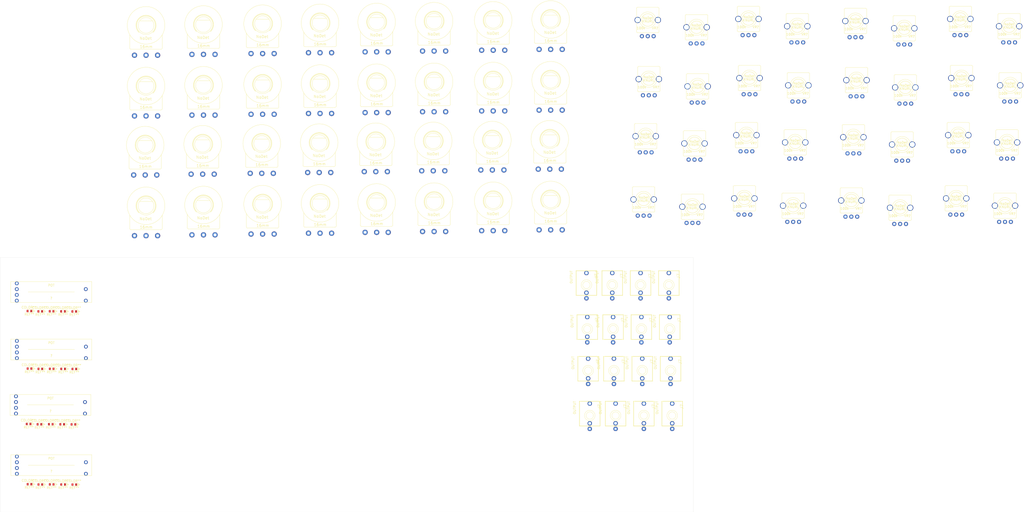
<source format=kicad_pcb>
(kicad_pcb (version 20171130) (host pcbnew 5.1.5-52549c5~84~ubuntu18.04.1)
  (layers (0 F.Cu signal) (31 B.Cu signal) (34 B.Paste user) (35 F.Paste user) (36 B.SilkS user) (37 F.SilkS user) (38 B.Mask user) (39 F.Mask user) (44 Edge.Cuts user))
  (net 0 "")
  (module 4ms_Potentiometer:Pot_9mm_Knurl_NoDet (layer F.Cu) (at 437.15 -74.62 180)
    (fp_text reference VR? (at -4.6 -4.1) (layer F.SilkS) (effects (justify right bottom)))
    (fp_text value 100k (at 1 -4.1) (layer F.SilkS) (effects (justify right bottom)))
    (fp_text user KNURL (at 0 -0.55 180) (layer F.SilkS))
    (fp_text user NoDet (at 0 0.85) (layer F.SilkS))
    (pad 5 thru_hole circle (at -4.394363 -0.001843 180) (size 2.667 2.667) (drill 2.0574) (layers *.Cu *.Mask))
    (pad 4 thru_hole circle (at 4.394037 -0.001843 180) (size 2.667 2.667) (drill 2.0574) (layers *.Cu *.Mask))
    (pad 1 thru_hole circle (at 2.539837 -7.012243 90) (size 1.8034 1.8034) (drill 0.889) (layers *.Cu *.Mask))
    (pad 2 thru_hole circle (at -0.000163 -7.012243 90) (size 1.8034 1.8034) (drill 0.889) (layers *.Cu *.Mask))
    (pad 3 thru_hole circle (at -2.540163 -7.012243 90) (size 1.8034 1.8034) (drill 0.889) (layers *.Cu *.Mask))
  )
  (module 4ms_Potentiometer:Pot_9mm_Knurl_NoDet (layer F.Cu) (at 416.03 -77.77 180)
    (fp_text reference VR? (at -4.6 -4.1) (layer F.SilkS) (effects (justify right bottom)))
    (fp_text value 100k (at 1 -4.1) (layer F.SilkS) (effects (justify right bottom)))
    (fp_text user NoDet (at 0 0.85) (layer F.SilkS))
    (fp_text user KNURL (at 0 -0.55 180) (layer F.SilkS))
    (pad 3 thru_hole circle (at -2.540163 -7.012243 90) (size 1.8034 1.8034) (drill 0.889) (layers *.Cu *.Mask))
    (pad 2 thru_hole circle (at -0.000163 -7.012243 90) (size 1.8034 1.8034) (drill 0.889) (layers *.Cu *.Mask))
    (pad 1 thru_hole circle (at 2.539837 -7.012243 90) (size 1.8034 1.8034) (drill 0.889) (layers *.Cu *.Mask))
    (pad 4 thru_hole circle (at 4.394037 -0.001843 180) (size 2.667 2.667) (drill 2.0574) (layers *.Cu *.Mask))
    (pad 5 thru_hole circle (at -4.394363 -0.001843 180) (size 2.667 2.667) (drill 2.0574) (layers *.Cu *.Mask))
  )
  (module 4ms_Potentiometer:Pot_9mm_Knurl_NoDet (layer F.Cu) (at 414.68 -53.05 180)
    (fp_text reference VR? (at -4.6 -4.1) (layer F.SilkS) (effects (justify right bottom)))
    (fp_text value 100k (at 1 -4.1) (layer F.SilkS) (effects (justify right bottom)))
    (fp_text user KNURL (at 0 -0.55 180) (layer F.SilkS))
    (fp_text user NoDet (at 0 0.85) (layer F.SilkS))
    (pad 5 thru_hole circle (at -4.394363 -0.001843 180) (size 2.667 2.667) (drill 2.0574) (layers *.Cu *.Mask))
    (pad 4 thru_hole circle (at 4.394037 -0.001843 180) (size 2.667 2.667) (drill 2.0574) (layers *.Cu *.Mask))
    (pad 1 thru_hole circle (at 2.539837 -7.012243 90) (size 1.8034 1.8034) (drill 0.889) (layers *.Cu *.Mask))
    (pad 2 thru_hole circle (at -0.000163 -7.012243 90) (size 1.8034 1.8034) (drill 0.889) (layers *.Cu *.Mask))
    (pad 3 thru_hole circle (at -2.540163 -7.012243 90) (size 1.8034 1.8034) (drill 0.889) (layers *.Cu *.Mask))
  )
  (module 4ms_Potentiometer:Pot_9mm_Knurl_NoDet (layer F.Cu) (at 415.58 -103.38 180)
    (fp_text reference VR? (at -4.6 -4.1) (layer F.SilkS) (effects (justify right bottom)))
    (fp_text value 100k (at 1 -4.1) (layer F.SilkS) (effects (justify right bottom)))
    (fp_text user KNURL (at 0 -0.55 180) (layer F.SilkS))
    (fp_text user NoDet (at 0 0.85) (layer F.SilkS))
    (pad 5 thru_hole circle (at -4.394363 -0.001843 180) (size 2.667 2.667) (drill 2.0574) (layers *.Cu *.Mask))
    (pad 4 thru_hole circle (at 4.394037 -0.001843 180) (size 2.667 2.667) (drill 2.0574) (layers *.Cu *.Mask))
    (pad 1 thru_hole circle (at 2.539837 -7.012243 90) (size 1.8034 1.8034) (drill 0.889) (layers *.Cu *.Mask))
    (pad 2 thru_hole circle (at -0.000163 -7.012243 90) (size 1.8034 1.8034) (drill 0.889) (layers *.Cu *.Mask))
    (pad 3 thru_hole circle (at -2.540163 -7.012243 90) (size 1.8034 1.8034) (drill 0.889) (layers *.Cu *.Mask))
  )
  (module 4ms_Potentiometer:Pot_9mm_Knurl_NoDet (layer F.Cu) (at 436.7 -100.23 180)
    (fp_text reference VR? (at -4.6 -4.1) (layer F.SilkS) (effects (justify right bottom)))
    (fp_text value 100k (at 1 -4.1) (layer F.SilkS) (effects (justify right bottom)))
    (fp_text user NoDet (at 0 0.85) (layer F.SilkS))
    (fp_text user KNURL (at 0 -0.55 180) (layer F.SilkS))
    (pad 3 thru_hole circle (at -2.540163 -7.012243 90) (size 1.8034 1.8034) (drill 0.889) (layers *.Cu *.Mask))
    (pad 2 thru_hole circle (at -0.000163 -7.012243 90) (size 1.8034 1.8034) (drill 0.889) (layers *.Cu *.Mask))
    (pad 1 thru_hole circle (at 2.539837 -7.012243 90) (size 1.8034 1.8034) (drill 0.889) (layers *.Cu *.Mask))
    (pad 4 thru_hole circle (at 4.394037 -0.001843 180) (size 2.667 2.667) (drill 2.0574) (layers *.Cu *.Mask))
    (pad 5 thru_hole circle (at -4.394363 -0.001843 180) (size 2.667 2.667) (drill 2.0574) (layers *.Cu *.Mask))
  )
  (module 4ms_Potentiometer:Pot_9mm_Knurl_NoDet (layer F.Cu) (at 413.79 -25.64 180)
    (fp_text reference VR? (at -4.6 -4.1) (layer F.SilkS) (effects (justify right bottom)))
    (fp_text value 100k (at 1 -4.1) (layer F.SilkS) (effects (justify right bottom)))
    (fp_text user NoDet (at 0 0.85) (layer F.SilkS))
    (fp_text user KNURL (at 0 -0.55 180) (layer F.SilkS))
    (pad 3 thru_hole circle (at -2.540163 -7.012243 90) (size 1.8034 1.8034) (drill 0.889) (layers *.Cu *.Mask))
    (pad 2 thru_hole circle (at -0.000163 -7.012243 90) (size 1.8034 1.8034) (drill 0.889) (layers *.Cu *.Mask))
    (pad 1 thru_hole circle (at 2.539837 -7.012243 90) (size 1.8034 1.8034) (drill 0.889) (layers *.Cu *.Mask))
    (pad 4 thru_hole circle (at 4.394037 -0.001843 180) (size 2.667 2.667) (drill 2.0574) (layers *.Cu *.Mask))
    (pad 5 thru_hole circle (at -4.394363 -0.001843 180) (size 2.667 2.667) (drill 2.0574) (layers *.Cu *.Mask))
  )
  (module 4ms_Potentiometer:Pot_9mm_Knurl_NoDet (layer F.Cu) (at 434.91 -22.49 180)
    (fp_text reference VR? (at -4.6 -4.1) (layer F.SilkS) (effects (justify right bottom)))
    (fp_text value 100k (at 1 -4.1) (layer F.SilkS) (effects (justify right bottom)))
    (fp_text user KNURL (at 0 -0.55 180) (layer F.SilkS))
    (fp_text user NoDet (at 0 0.85) (layer F.SilkS))
    (pad 5 thru_hole circle (at -4.394363 -0.001843 180) (size 2.667 2.667) (drill 2.0574) (layers *.Cu *.Mask))
    (pad 4 thru_hole circle (at 4.394037 -0.001843 180) (size 2.667 2.667) (drill 2.0574) (layers *.Cu *.Mask))
    (pad 1 thru_hole circle (at 2.539837 -7.012243 90) (size 1.8034 1.8034) (drill 0.889) (layers *.Cu *.Mask))
    (pad 2 thru_hole circle (at -0.000163 -7.012243 90) (size 1.8034 1.8034) (drill 0.889) (layers *.Cu *.Mask))
    (pad 3 thru_hole circle (at -2.540163 -7.012243 90) (size 1.8034 1.8034) (drill 0.889) (layers *.Cu *.Mask))
  )
  (module 4ms_Potentiometer:Pot_9mm_Knurl_NoDet (layer F.Cu) (at 435.8 -49.9 180)
    (fp_text reference VR? (at -4.6 -4.1) (layer F.SilkS) (effects (justify right bottom)))
    (fp_text value 100k (at 1 -4.1) (layer F.SilkS) (effects (justify right bottom)))
    (fp_text user NoDet (at 0 0.85) (layer F.SilkS))
    (fp_text user KNURL (at 0 -0.55 180) (layer F.SilkS))
    (pad 3 thru_hole circle (at -2.540163 -7.012243 90) (size 1.8034 1.8034) (drill 0.889) (layers *.Cu *.Mask))
    (pad 2 thru_hole circle (at -0.000163 -7.012243 90) (size 1.8034 1.8034) (drill 0.889) (layers *.Cu *.Mask))
    (pad 1 thru_hole circle (at 2.539837 -7.012243 90) (size 1.8034 1.8034) (drill 0.889) (layers *.Cu *.Mask))
    (pad 4 thru_hole circle (at 4.394037 -0.001843 180) (size 2.667 2.667) (drill 2.0574) (layers *.Cu *.Mask))
    (pad 5 thru_hole circle (at -4.394363 -0.001843 180) (size 2.667 2.667) (drill 2.0574) (layers *.Cu *.Mask))
  )
  (module 4ms_Potentiometer:Pot_9mm_Knurl_NoDet (layer F.Cu) (at 370.19 -102.48 180)
    (fp_text reference VR? (at -4.6 -4.1) (layer F.SilkS) (effects (justify right bottom)))
    (fp_text value 100k (at 1 -4.1) (layer F.SilkS) (effects (justify right bottom)))
    (fp_text user NoDet (at 0 0.85) (layer F.SilkS))
    (fp_text user KNURL (at 0 -0.55 180) (layer F.SilkS))
    (pad 3 thru_hole circle (at -2.540163 -7.012243 90) (size 1.8034 1.8034) (drill 0.889) (layers *.Cu *.Mask))
    (pad 2 thru_hole circle (at -0.000163 -7.012243 90) (size 1.8034 1.8034) (drill 0.889) (layers *.Cu *.Mask))
    (pad 1 thru_hole circle (at 2.539837 -7.012243 90) (size 1.8034 1.8034) (drill 0.889) (layers *.Cu *.Mask))
    (pad 4 thru_hole circle (at 4.394037 -0.001843 180) (size 2.667 2.667) (drill 2.0574) (layers *.Cu *.Mask))
    (pad 5 thru_hole circle (at -4.394363 -0.001843 180) (size 2.667 2.667) (drill 2.0574) (layers *.Cu *.Mask))
  )
  (module 4ms_Potentiometer:Pot_9mm_Knurl_NoDet (layer F.Cu) (at 390.41 -49 180)
    (fp_text reference VR? (at -4.6 -4.1) (layer F.SilkS) (effects (justify right bottom)))
    (fp_text value 100k (at 1 -4.1) (layer F.SilkS) (effects (justify right bottom)))
    (fp_text user KNURL (at 0 -0.55 180) (layer F.SilkS))
    (fp_text user NoDet (at 0 0.85) (layer F.SilkS))
    (pad 5 thru_hole circle (at -4.394363 -0.001843 180) (size 2.667 2.667) (drill 2.0574) (layers *.Cu *.Mask))
    (pad 4 thru_hole circle (at 4.394037 -0.001843 180) (size 2.667 2.667) (drill 2.0574) (layers *.Cu *.Mask))
    (pad 1 thru_hole circle (at 2.539837 -7.012243 90) (size 1.8034 1.8034) (drill 0.889) (layers *.Cu *.Mask))
    (pad 2 thru_hole circle (at -0.000163 -7.012243 90) (size 1.8034 1.8034) (drill 0.889) (layers *.Cu *.Mask))
    (pad 3 thru_hole circle (at -2.540163 -7.012243 90) (size 1.8034 1.8034) (drill 0.889) (layers *.Cu *.Mask))
  )
  (module 4ms_Potentiometer:Pot_9mm_Knurl_NoDet (layer F.Cu) (at 391.76 -73.72 180)
    (fp_text reference VR? (at -4.6 -4.1) (layer F.SilkS) (effects (justify right bottom)))
    (fp_text value 100k (at 1 -4.1) (layer F.SilkS) (effects (justify right bottom)))
    (fp_text user NoDet (at 0 0.85) (layer F.SilkS))
    (fp_text user KNURL (at 0 -0.55 180) (layer F.SilkS))
    (pad 3 thru_hole circle (at -2.540163 -7.012243 90) (size 1.8034 1.8034) (drill 0.889) (layers *.Cu *.Mask))
    (pad 2 thru_hole circle (at -0.000163 -7.012243 90) (size 1.8034 1.8034) (drill 0.889) (layers *.Cu *.Mask))
    (pad 1 thru_hole circle (at 2.539837 -7.012243 90) (size 1.8034 1.8034) (drill 0.889) (layers *.Cu *.Mask))
    (pad 4 thru_hole circle (at 4.394037 -0.001843 180) (size 2.667 2.667) (drill 2.0574) (layers *.Cu *.Mask))
    (pad 5 thru_hole circle (at -4.394363 -0.001843 180) (size 2.667 2.667) (drill 2.0574) (layers *.Cu *.Mask))
  )
  (module 4ms_Potentiometer:Pot_9mm_Knurl_NoDet (layer F.Cu) (at 370.64 -76.87 180)
    (fp_text reference VR? (at -4.6 -4.1) (layer F.SilkS) (effects (justify right bottom)))
    (fp_text value 100k (at 1 -4.1) (layer F.SilkS) (effects (justify right bottom)))
    (fp_text user KNURL (at 0 -0.55 180) (layer F.SilkS))
    (fp_text user NoDet (at 0 0.85) (layer F.SilkS))
    (pad 5 thru_hole circle (at -4.394363 -0.001843 180) (size 2.667 2.667) (drill 2.0574) (layers *.Cu *.Mask))
    (pad 4 thru_hole circle (at 4.394037 -0.001843 180) (size 2.667 2.667) (drill 2.0574) (layers *.Cu *.Mask))
    (pad 1 thru_hole circle (at 2.539837 -7.012243 90) (size 1.8034 1.8034) (drill 0.889) (layers *.Cu *.Mask))
    (pad 2 thru_hole circle (at -0.000163 -7.012243 90) (size 1.8034 1.8034) (drill 0.889) (layers *.Cu *.Mask))
    (pad 3 thru_hole circle (at -2.540163 -7.012243 90) (size 1.8034 1.8034) (drill 0.889) (layers *.Cu *.Mask))
  )
  (module 4ms_Potentiometer:Pot_9mm_Knurl_NoDet (layer F.Cu) (at 369.29 -52.15 180)
    (fp_text reference VR? (at -4.6 -4.1) (layer F.SilkS) (effects (justify right bottom)))
    (fp_text value 100k (at 1 -4.1) (layer F.SilkS) (effects (justify right bottom)))
    (fp_text user NoDet (at 0 0.85) (layer F.SilkS))
    (fp_text user KNURL (at 0 -0.55 180) (layer F.SilkS))
    (pad 3 thru_hole circle (at -2.540163 -7.012243 90) (size 1.8034 1.8034) (drill 0.889) (layers *.Cu *.Mask))
    (pad 2 thru_hole circle (at -0.000163 -7.012243 90) (size 1.8034 1.8034) (drill 0.889) (layers *.Cu *.Mask))
    (pad 1 thru_hole circle (at 2.539837 -7.012243 90) (size 1.8034 1.8034) (drill 0.889) (layers *.Cu *.Mask))
    (pad 4 thru_hole circle (at 4.394037 -0.001843 180) (size 2.667 2.667) (drill 2.0574) (layers *.Cu *.Mask))
    (pad 5 thru_hole circle (at -4.394363 -0.001843 180) (size 2.667 2.667) (drill 2.0574) (layers *.Cu *.Mask))
  )
  (module 4ms_Potentiometer:Pot_9mm_Knurl_NoDet (layer F.Cu) (at 368.4 -24.74 180)
    (fp_text reference VR? (at -4.6 -4.1) (layer F.SilkS) (effects (justify right bottom)))
    (fp_text value 100k (at 1 -4.1) (layer F.SilkS) (effects (justify right bottom)))
    (fp_text user KNURL (at 0 -0.55 180) (layer F.SilkS))
    (fp_text user NoDet (at 0 0.85) (layer F.SilkS))
    (pad 5 thru_hole circle (at -4.394363 -0.001843 180) (size 2.667 2.667) (drill 2.0574) (layers *.Cu *.Mask))
    (pad 4 thru_hole circle (at 4.394037 -0.001843 180) (size 2.667 2.667) (drill 2.0574) (layers *.Cu *.Mask))
    (pad 1 thru_hole circle (at 2.539837 -7.012243 90) (size 1.8034 1.8034) (drill 0.889) (layers *.Cu *.Mask))
    (pad 2 thru_hole circle (at -0.000163 -7.012243 90) (size 1.8034 1.8034) (drill 0.889) (layers *.Cu *.Mask))
    (pad 3 thru_hole circle (at -2.540163 -7.012243 90) (size 1.8034 1.8034) (drill 0.889) (layers *.Cu *.Mask))
  )
  (module 4ms_Potentiometer:Pot_9mm_Knurl_NoDet (layer F.Cu) (at 391.31 -99.33 180)
    (fp_text reference VR? (at -4.6 -4.1) (layer F.SilkS) (effects (justify right bottom)))
    (fp_text value 100k (at 1 -4.1) (layer F.SilkS) (effects (justify right bottom)))
    (fp_text user KNURL (at 0 -0.55 180) (layer F.SilkS))
    (fp_text user NoDet (at 0 0.85) (layer F.SilkS))
    (pad 5 thru_hole circle (at -4.394363 -0.001843 180) (size 2.667 2.667) (drill 2.0574) (layers *.Cu *.Mask))
    (pad 4 thru_hole circle (at 4.394037 -0.001843 180) (size 2.667 2.667) (drill 2.0574) (layers *.Cu *.Mask))
    (pad 1 thru_hole circle (at 2.539837 -7.012243 90) (size 1.8034 1.8034) (drill 0.889) (layers *.Cu *.Mask))
    (pad 2 thru_hole circle (at -0.000163 -7.012243 90) (size 1.8034 1.8034) (drill 0.889) (layers *.Cu *.Mask))
    (pad 3 thru_hole circle (at -2.540163 -7.012243 90) (size 1.8034 1.8034) (drill 0.889) (layers *.Cu *.Mask))
  )
  (module 4ms_Potentiometer:Pot_9mm_Knurl_NoDet (layer F.Cu) (at 389.52 -21.59 180)
    (fp_text reference VR? (at -4.6 -4.1) (layer F.SilkS) (effects (justify right bottom)))
    (fp_text value 100k (at 1 -4.1) (layer F.SilkS) (effects (justify right bottom)))
    (fp_text user NoDet (at 0 0.85) (layer F.SilkS))
    (fp_text user KNURL (at 0 -0.55 180) (layer F.SilkS))
    (pad 3 thru_hole circle (at -2.540163 -7.012243 90) (size 1.8034 1.8034) (drill 0.889) (layers *.Cu *.Mask))
    (pad 2 thru_hole circle (at -0.000163 -7.012243 90) (size 1.8034 1.8034) (drill 0.889) (layers *.Cu *.Mask))
    (pad 1 thru_hole circle (at 2.539837 -7.012243 90) (size 1.8034 1.8034) (drill 0.889) (layers *.Cu *.Mask))
    (pad 4 thru_hole circle (at 4.394037 -0.001843 180) (size 2.667 2.667) (drill 2.0574) (layers *.Cu *.Mask))
    (pad 5 thru_hole circle (at -4.394363 -0.001843 180) (size 2.667 2.667) (drill 2.0574) (layers *.Cu *.Mask))
  )
  (module 4ms_Potentiometer:Pot_9mm_Knurl_NoDet (layer F.Cu) (at 344.12 -49.9 180)
    (fp_text reference VR? (at -4.6 -4.1) (layer F.SilkS) (effects (justify right bottom)))
    (fp_text value 100k (at 1 -4.1) (layer F.SilkS) (effects (justify right bottom)))
    (fp_text user NoDet (at 0 0.85) (layer F.SilkS))
    (fp_text user KNURL (at 0 -0.55 180) (layer F.SilkS))
    (pad 3 thru_hole circle (at -2.540163 -7.012243 90) (size 1.8034 1.8034) (drill 0.889) (layers *.Cu *.Mask))
    (pad 2 thru_hole circle (at -0.000163 -7.012243 90) (size 1.8034 1.8034) (drill 0.889) (layers *.Cu *.Mask))
    (pad 1 thru_hole circle (at 2.539837 -7.012243 90) (size 1.8034 1.8034) (drill 0.889) (layers *.Cu *.Mask))
    (pad 4 thru_hole circle (at 4.394037 -0.001843 180) (size 2.667 2.667) (drill 2.0574) (layers *.Cu *.Mask))
    (pad 5 thru_hole circle (at -4.394363 -0.001843 180) (size 2.667 2.667) (drill 2.0574) (layers *.Cu *.Mask))
  )
  (module 4ms_Potentiometer:Pot_9mm_Knurl_NoDet (layer F.Cu) (at 324.35 -77.77 180)
    (fp_text reference VR? (at -4.6 -4.1) (layer F.SilkS) (effects (justify right bottom)))
    (fp_text value 100k (at 1 -4.1) (layer F.SilkS) (effects (justify right bottom)))
    (fp_text user NoDet (at 0 0.85) (layer F.SilkS))
    (fp_text user KNURL (at 0 -0.55 180) (layer F.SilkS))
    (pad 3 thru_hole circle (at -2.540163 -7.012243 90) (size 1.8034 1.8034) (drill 0.889) (layers *.Cu *.Mask))
    (pad 2 thru_hole circle (at -0.000163 -7.012243 90) (size 1.8034 1.8034) (drill 0.889) (layers *.Cu *.Mask))
    (pad 1 thru_hole circle (at 2.539837 -7.012243 90) (size 1.8034 1.8034) (drill 0.889) (layers *.Cu *.Mask))
    (pad 4 thru_hole circle (at 4.394037 -0.001843 180) (size 2.667 2.667) (drill 2.0574) (layers *.Cu *.Mask))
    (pad 5 thru_hole circle (at -4.394363 -0.001843 180) (size 2.667 2.667) (drill 2.0574) (layers *.Cu *.Mask))
  )
  (module 4ms_Potentiometer:Pot_9mm_Knurl_NoDet (layer F.Cu) (at 323.9 -103.38 180)
    (fp_text reference VR? (at -4.6 -4.1) (layer F.SilkS) (effects (justify right bottom)))
    (fp_text value 100k (at 1 -4.1) (layer F.SilkS) (effects (justify right bottom)))
    (fp_text user KNURL (at 0 -0.55 180) (layer F.SilkS))
    (fp_text user NoDet (at 0 0.85) (layer F.SilkS))
    (pad 5 thru_hole circle (at -4.394363 -0.001843 180) (size 2.667 2.667) (drill 2.0574) (layers *.Cu *.Mask))
    (pad 4 thru_hole circle (at 4.394037 -0.001843 180) (size 2.667 2.667) (drill 2.0574) (layers *.Cu *.Mask))
    (pad 1 thru_hole circle (at 2.539837 -7.012243 90) (size 1.8034 1.8034) (drill 0.889) (layers *.Cu *.Mask))
    (pad 2 thru_hole circle (at -0.000163 -7.012243 90) (size 1.8034 1.8034) (drill 0.889) (layers *.Cu *.Mask))
    (pad 3 thru_hole circle (at -2.540163 -7.012243 90) (size 1.8034 1.8034) (drill 0.889) (layers *.Cu *.Mask))
  )
  (module 4ms_Potentiometer:Pot_9mm_Knurl_NoDet (layer F.Cu) (at 323 -53.05 180)
    (fp_text reference VR? (at -4.6 -4.1) (layer F.SilkS) (effects (justify right bottom)))
    (fp_text value 100k (at 1 -4.1) (layer F.SilkS) (effects (justify right bottom)))
    (fp_text user KNURL (at 0 -0.55 180) (layer F.SilkS))
    (fp_text user NoDet (at 0 0.85) (layer F.SilkS))
    (pad 5 thru_hole circle (at -4.394363 -0.001843 180) (size 2.667 2.667) (drill 2.0574) (layers *.Cu *.Mask))
    (pad 4 thru_hole circle (at 4.394037 -0.001843 180) (size 2.667 2.667) (drill 2.0574) (layers *.Cu *.Mask))
    (pad 1 thru_hole circle (at 2.539837 -7.012243 90) (size 1.8034 1.8034) (drill 0.889) (layers *.Cu *.Mask))
    (pad 2 thru_hole circle (at -0.000163 -7.012243 90) (size 1.8034 1.8034) (drill 0.889) (layers *.Cu *.Mask))
    (pad 3 thru_hole circle (at -2.540163 -7.012243 90) (size 1.8034 1.8034) (drill 0.889) (layers *.Cu *.Mask))
  )
  (module 4ms_Potentiometer:Pot_9mm_Knurl_NoDet (layer F.Cu) (at 322.11 -25.64 180)
    (fp_text reference VR? (at -4.6 -4.1) (layer F.SilkS) (effects (justify right bottom)))
    (fp_text value 100k (at 1 -4.1) (layer F.SilkS) (effects (justify right bottom)))
    (fp_text user NoDet (at 0 0.85) (layer F.SilkS))
    (fp_text user KNURL (at 0 -0.55 180) (layer F.SilkS))
    (pad 3 thru_hole circle (at -2.540163 -7.012243 90) (size 1.8034 1.8034) (drill 0.889) (layers *.Cu *.Mask))
    (pad 2 thru_hole circle (at -0.000163 -7.012243 90) (size 1.8034 1.8034) (drill 0.889) (layers *.Cu *.Mask))
    (pad 1 thru_hole circle (at 2.539837 -7.012243 90) (size 1.8034 1.8034) (drill 0.889) (layers *.Cu *.Mask))
    (pad 4 thru_hole circle (at 4.394037 -0.001843 180) (size 2.667 2.667) (drill 2.0574) (layers *.Cu *.Mask))
    (pad 5 thru_hole circle (at -4.394363 -0.001843 180) (size 2.667 2.667) (drill 2.0574) (layers *.Cu *.Mask))
  )
  (module 4ms_Potentiometer:Pot_9mm_Knurl_NoDet (layer F.Cu) (at 345.02 -100.23 180)
    (fp_text reference VR? (at -4.6 -4.1) (layer F.SilkS) (effects (justify right bottom)))
    (fp_text value 100k (at 1 -4.1) (layer F.SilkS) (effects (justify right bottom)))
    (fp_text user NoDet (at 0 0.85) (layer F.SilkS))
    (fp_text user KNURL (at 0 -0.55 180) (layer F.SilkS))
    (pad 3 thru_hole circle (at -2.540163 -7.012243 90) (size 1.8034 1.8034) (drill 0.889) (layers *.Cu *.Mask))
    (pad 2 thru_hole circle (at -0.000163 -7.012243 90) (size 1.8034 1.8034) (drill 0.889) (layers *.Cu *.Mask))
    (pad 1 thru_hole circle (at 2.539837 -7.012243 90) (size 1.8034 1.8034) (drill 0.889) (layers *.Cu *.Mask))
    (pad 4 thru_hole circle (at 4.394037 -0.001843 180) (size 2.667 2.667) (drill 2.0574) (layers *.Cu *.Mask))
    (pad 5 thru_hole circle (at -4.394363 -0.001843 180) (size 2.667 2.667) (drill 2.0574) (layers *.Cu *.Mask))
  )
  (module 4ms_Potentiometer:Pot_9mm_Knurl_NoDet (layer F.Cu) (at 345.47 -74.62 180)
    (fp_text reference VR? (at -4.6 -4.1) (layer F.SilkS) (effects (justify right bottom)))
    (fp_text value 100k (at 1 -4.1) (layer F.SilkS) (effects (justify right bottom)))
    (fp_text user KNURL (at 0 -0.55 180) (layer F.SilkS))
    (fp_text user NoDet (at 0 0.85) (layer F.SilkS))
    (pad 5 thru_hole circle (at -4.394363 -0.001843 180) (size 2.667 2.667) (drill 2.0574) (layers *.Cu *.Mask))
    (pad 4 thru_hole circle (at 4.394037 -0.001843 180) (size 2.667 2.667) (drill 2.0574) (layers *.Cu *.Mask))
    (pad 1 thru_hole circle (at 2.539837 -7.012243 90) (size 1.8034 1.8034) (drill 0.889) (layers *.Cu *.Mask))
    (pad 2 thru_hole circle (at -0.000163 -7.012243 90) (size 1.8034 1.8034) (drill 0.889) (layers *.Cu *.Mask))
    (pad 3 thru_hole circle (at -2.540163 -7.012243 90) (size 1.8034 1.8034) (drill 0.889) (layers *.Cu *.Mask))
  )
  (module 4ms_Potentiometer:Pot_9mm_Knurl_NoDet (layer F.Cu) (at 343.23 -22.49 180)
    (fp_text reference VR? (at -4.6 -4.1) (layer F.SilkS) (effects (justify right bottom)))
    (fp_text value 100k (at 1 -4.1) (layer F.SilkS) (effects (justify right bottom)))
    (fp_text user KNURL (at 0 -0.55 180) (layer F.SilkS))
    (fp_text user NoDet (at 0 0.85) (layer F.SilkS))
    (pad 5 thru_hole circle (at -4.394363 -0.001843 180) (size 2.667 2.667) (drill 2.0574) (layers *.Cu *.Mask))
    (pad 4 thru_hole circle (at 4.394037 -0.001843 180) (size 2.667 2.667) (drill 2.0574) (layers *.Cu *.Mask))
    (pad 1 thru_hole circle (at 2.539837 -7.012243 90) (size 1.8034 1.8034) (drill 0.889) (layers *.Cu *.Mask))
    (pad 2 thru_hole circle (at -0.000163 -7.012243 90) (size 1.8034 1.8034) (drill 0.889) (layers *.Cu *.Mask))
    (pad 3 thru_hole circle (at -2.540163 -7.012243 90) (size 1.8034 1.8034) (drill 0.889) (layers *.Cu *.Mask))
  )
  (module 4ms_Potentiometer:Pot_9mm_Knurl_NoDet (layer F.Cu) (at 301.88 -74.17 180)
    (fp_text reference VR? (at -4.6 -4.1) (layer F.SilkS) (effects (justify right bottom)))
    (fp_text value 100k (at 1 -4.1) (layer F.SilkS) (effects (justify right bottom)))
    (fp_text user NoDet (at 0 0.85) (layer F.SilkS))
    (fp_text user KNURL (at 0 -0.55 180) (layer F.SilkS))
    (pad 3 thru_hole circle (at -2.540163 -7.012243 90) (size 1.8034 1.8034) (drill 0.889) (layers *.Cu *.Mask))
    (pad 2 thru_hole circle (at -0.000163 -7.012243 90) (size 1.8034 1.8034) (drill 0.889) (layers *.Cu *.Mask))
    (pad 1 thru_hole circle (at 2.539837 -7.012243 90) (size 1.8034 1.8034) (drill 0.889) (layers *.Cu *.Mask))
    (pad 4 thru_hole circle (at 4.394037 -0.001843 180) (size 2.667 2.667) (drill 2.0574) (layers *.Cu *.Mask))
    (pad 5 thru_hole circle (at -4.394363 -0.001843 180) (size 2.667 2.667) (drill 2.0574) (layers *.Cu *.Mask))
  )
  (module 4ms_Potentiometer:Pot_9mm_Knurl_NoDet (layer F.Cu) (at 301.43 -99.78 180)
    (fp_text reference VR? (at -4.6 -4.1) (layer F.SilkS) (effects (justify right bottom)))
    (fp_text value 100k (at 1 -4.1) (layer F.SilkS) (effects (justify right bottom)))
    (fp_text user KNURL (at 0 -0.55 180) (layer F.SilkS))
    (fp_text user NoDet (at 0 0.85) (layer F.SilkS))
    (pad 5 thru_hole circle (at -4.394363 -0.001843 180) (size 2.667 2.667) (drill 2.0574) (layers *.Cu *.Mask))
    (pad 4 thru_hole circle (at 4.394037 -0.001843 180) (size 2.667 2.667) (drill 2.0574) (layers *.Cu *.Mask))
    (pad 1 thru_hole circle (at 2.539837 -7.012243 90) (size 1.8034 1.8034) (drill 0.889) (layers *.Cu *.Mask))
    (pad 2 thru_hole circle (at -0.000163 -7.012243 90) (size 1.8034 1.8034) (drill 0.889) (layers *.Cu *.Mask))
    (pad 3 thru_hole circle (at -2.540163 -7.012243 90) (size 1.8034 1.8034) (drill 0.889) (layers *.Cu *.Mask))
  )
  (module 4ms_Potentiometer:Pot_9mm_Knurl_NoDet (layer F.Cu) (at 300.53 -49.45 180)
    (fp_text reference VR? (at -4.6 -4.1) (layer F.SilkS) (effects (justify right bottom)))
    (fp_text value 100k (at 1 -4.1) (layer F.SilkS) (effects (justify right bottom)))
    (fp_text user KNURL (at 0 -0.55 180) (layer F.SilkS))
    (fp_text user NoDet (at 0 0.85) (layer F.SilkS))
    (pad 5 thru_hole circle (at -4.394363 -0.001843 180) (size 2.667 2.667) (drill 2.0574) (layers *.Cu *.Mask))
    (pad 4 thru_hole circle (at 4.394037 -0.001843 180) (size 2.667 2.667) (drill 2.0574) (layers *.Cu *.Mask))
    (pad 1 thru_hole circle (at 2.539837 -7.012243 90) (size 1.8034 1.8034) (drill 0.889) (layers *.Cu *.Mask))
    (pad 2 thru_hole circle (at -0.000163 -7.012243 90) (size 1.8034 1.8034) (drill 0.889) (layers *.Cu *.Mask))
    (pad 3 thru_hole circle (at -2.540163 -7.012243 90) (size 1.8034 1.8034) (drill 0.889) (layers *.Cu *.Mask))
  )
  (module 4ms_Potentiometer:Pot_9mm_Knurl_NoDet (layer F.Cu) (at 299.64 -22.04 180)
    (fp_text reference VR? (at -4.6 -4.1) (layer F.SilkS) (effects (justify right bottom)))
    (fp_text value 100k (at 1 -4.1) (layer F.SilkS) (effects (justify right bottom)))
    (fp_text user NoDet (at 0 0.85) (layer F.SilkS))
    (fp_text user KNURL (at 0 -0.55 180) (layer F.SilkS))
    (pad 3 thru_hole circle (at -2.540163 -7.012243 90) (size 1.8034 1.8034) (drill 0.889) (layers *.Cu *.Mask))
    (pad 2 thru_hole circle (at -0.000163 -7.012243 90) (size 1.8034 1.8034) (drill 0.889) (layers *.Cu *.Mask))
    (pad 1 thru_hole circle (at 2.539837 -7.012243 90) (size 1.8034 1.8034) (drill 0.889) (layers *.Cu *.Mask))
    (pad 4 thru_hole circle (at 4.394037 -0.001843 180) (size 2.667 2.667) (drill 2.0574) (layers *.Cu *.Mask))
    (pad 5 thru_hole circle (at -4.394363 -0.001843 180) (size 2.667 2.667) (drill 2.0574) (layers *.Cu *.Mask))
  )
  (module 4ms_Potentiometer:Pot_9mm_Knurl_NoDet (layer F.Cu) (at 278.52 -25.19 180)
    (fp_text reference VR? (at -4.6 -4.1) (layer F.SilkS) (effects (justify right bottom)))
    (fp_text value 100k (at 1 -4.1) (layer F.SilkS) (effects (justify right bottom)))
    (fp_text user KNURL (at 0 -0.55 180) (layer F.SilkS))
    (fp_text user NoDet (at 0 0.85) (layer F.SilkS))
    (pad 5 thru_hole circle (at -4.394363 -0.001843 180) (size 2.667 2.667) (drill 2.0574) (layers *.Cu *.Mask))
    (pad 4 thru_hole circle (at 4.394037 -0.001843 180) (size 2.667 2.667) (drill 2.0574) (layers *.Cu *.Mask))
    (pad 1 thru_hole circle (at 2.539837 -7.012243 90) (size 1.8034 1.8034) (drill 0.889) (layers *.Cu *.Mask))
    (pad 2 thru_hole circle (at -0.000163 -7.012243 90) (size 1.8034 1.8034) (drill 0.889) (layers *.Cu *.Mask))
    (pad 3 thru_hole circle (at -2.540163 -7.012243 90) (size 1.8034 1.8034) (drill 0.889) (layers *.Cu *.Mask))
  )
  (module 4ms_Potentiometer:Pot_9mm_Knurl_NoDet (layer F.Cu) (at 279.41 -52.6 180)
    (fp_text reference VR? (at -4.6 -4.1) (layer F.SilkS) (effects (justify right bottom)))
    (fp_text value 100k (at 1 -4.1) (layer F.SilkS) (effects (justify right bottom)))
    (fp_text user NoDet (at 0 0.85) (layer F.SilkS))
    (fp_text user KNURL (at 0 -0.55 180) (layer F.SilkS))
    (pad 3 thru_hole circle (at -2.540163 -7.012243 90) (size 1.8034 1.8034) (drill 0.889) (layers *.Cu *.Mask))
    (pad 2 thru_hole circle (at -0.000163 -7.012243 90) (size 1.8034 1.8034) (drill 0.889) (layers *.Cu *.Mask))
    (pad 1 thru_hole circle (at 2.539837 -7.012243 90) (size 1.8034 1.8034) (drill 0.889) (layers *.Cu *.Mask))
    (pad 4 thru_hole circle (at 4.394037 -0.001843 180) (size 2.667 2.667) (drill 2.0574) (layers *.Cu *.Mask))
    (pad 5 thru_hole circle (at -4.394363 -0.001843 180) (size 2.667 2.667) (drill 2.0574) (layers *.Cu *.Mask))
  )
  (module 4ms_Potentiometer:Pot_9mm_Knurl_NoDet (layer F.Cu) (at 280.76 -77.32 180)
    (fp_text reference VR? (at -4.6 -4.1) (layer F.SilkS) (effects (justify right bottom)))
    (fp_text value 100k (at 1 -4.1) (layer F.SilkS) (effects (justify right bottom)))
    (fp_text user KNURL (at 0 -0.55 180) (layer F.SilkS))
    (fp_text user NoDet (at 0 0.85) (layer F.SilkS))
    (pad 5 thru_hole circle (at -4.394363 -0.001843 180) (size 2.667 2.667) (drill 2.0574) (layers *.Cu *.Mask))
    (pad 4 thru_hole circle (at 4.394037 -0.001843 180) (size 2.667 2.667) (drill 2.0574) (layers *.Cu *.Mask))
    (pad 1 thru_hole circle (at 2.539837 -7.012243 90) (size 1.8034 1.8034) (drill 0.889) (layers *.Cu *.Mask))
    (pad 2 thru_hole circle (at -0.000163 -7.012243 90) (size 1.8034 1.8034) (drill 0.889) (layers *.Cu *.Mask))
    (pad 3 thru_hole circle (at -2.540163 -7.012243 90) (size 1.8034 1.8034) (drill 0.889) (layers *.Cu *.Mask))
  )
  (module 4ms_Potentiometer:Pot_9mm_Knurl_NoDet (layer F.Cu) (at 280.31 -102.93 180)
    (fp_text reference VR? (at -4.6 -4.1) (layer F.SilkS) (effects (justify right bottom)))
    (fp_text value 100k (at 1 -4.1) (layer F.SilkS) (effects (justify right bottom)))
    (fp_text user NoDet (at 0 0.85) (layer F.SilkS))
    (fp_text user KNURL (at 0 -0.55 180) (layer F.SilkS))
    (pad 3 thru_hole circle (at -2.540163 -7.012243 90) (size 1.8034 1.8034) (drill 0.889) (layers *.Cu *.Mask))
    (pad 2 thru_hole circle (at -0.000163 -7.012243 90) (size 1.8034 1.8034) (drill 0.889) (layers *.Cu *.Mask))
    (pad 1 thru_hole circle (at 2.539837 -7.012243 90) (size 1.8034 1.8034) (drill 0.889) (layers *.Cu *.Mask))
    (pad 4 thru_hole circle (at 4.394037 -0.001843 180) (size 2.667 2.667) (drill 2.0574) (layers *.Cu *.Mask))
    (pad 5 thru_hole circle (at -4.394363 -0.001843 180) (size 2.667 2.667) (drill 2.0574) (layers *.Cu *.Mask))
  )
  (module 4ms_Jack:EighthInch_PJ398SM (layer F.Cu) (at 265.67 48.98 270)
    (fp_text reference J7 (at -5.0172 -4.866 90) (layer F.SilkS) (effects (font (size 1.2065 1.2065) (thickness 0.1524)) (justify right bottom)))
    (fp_text value OUTPUT (at -6.375 5.975 90) (layer F.SilkS) (effects (justify right bottom)))
    (pad 3 thru_hole circle (at 3.3528 0 270) (size 1.9304 1.9304) (drill 1.143) (layers *.Cu *.Mask))
    (pad 2 thru_hole circle (at 5.7658 0 270) (size 1.9304 1.9304) (drill 0.889) (layers *.Cu *.Mask))
    (pad 1 thru_hole circle (at -5.207 0 270) (size 1.9304 1.9304) (drill 1.143) (layers *.Cu *.Mask))
  )
  (module 4ms_Jack:EighthInch_PJ398SM (layer F.Cu) (at 277.92 48.98 270)
    (fp_text reference J7 (at -5.0172 -4.866 90) (layer F.SilkS) (effects (font (size 1.2065 1.2065) (thickness 0.1524)) (justify right bottom)))
    (fp_text value OUTPUT (at -6.375 5.975 90) (layer F.SilkS) (effects (justify right bottom)))
    (pad 1 thru_hole circle (at -5.207 0 270) (size 1.9304 1.9304) (drill 1.143) (layers *.Cu *.Mask))
    (pad 2 thru_hole circle (at 5.7658 0 270) (size 1.9304 1.9304) (drill 0.889) (layers *.Cu *.Mask))
    (pad 3 thru_hole circle (at 3.3528 0 270) (size 1.9304 1.9304) (drill 1.143) (layers *.Cu *.Mask))
  )
  (module 4ms_Jack:EighthInch_PJ398SM (layer F.Cu) (at 290.17 48.98 270)
    (fp_text reference J7 (at -5.0172 -4.866 90) (layer F.SilkS) (effects (font (size 1.2065 1.2065) (thickness 0.1524)) (justify right bottom)))
    (fp_text value OUTPUT (at -6.375 5.975 90) (layer F.SilkS) (effects (justify right bottom)))
    (pad 1 thru_hole circle (at -5.207 0 270) (size 1.9304 1.9304) (drill 1.143) (layers *.Cu *.Mask))
    (pad 2 thru_hole circle (at 5.7658 0 270) (size 1.9304 1.9304) (drill 0.889) (layers *.Cu *.Mask))
    (pad 3 thru_hole circle (at 3.3528 0 270) (size 1.9304 1.9304) (drill 1.143) (layers *.Cu *.Mask))
  )
  (module 4ms_Jack:EighthInch_PJ398SM (layer F.Cu) (at 254.5 48.98 270)
    (fp_text reference J7 (at -5.0172 -4.866 90) (layer F.SilkS) (effects (font (size 1.2065 1.2065) (thickness 0.1524)) (justify right bottom)))
    (fp_text value OUTPUT (at -6.375 5.975 90) (layer F.SilkS) (effects (justify right bottom)))
    (pad 3 thru_hole circle (at 3.3528 0 270) (size 1.9304 1.9304) (drill 1.143) (layers *.Cu *.Mask))
    (pad 2 thru_hole circle (at 5.7658 0 270) (size 1.9304 1.9304) (drill 0.889) (layers *.Cu *.Mask))
    (pad 1 thru_hole circle (at -5.207 0 270) (size 1.9304 1.9304) (drill 1.143) (layers *.Cu *.Mask))
  )
  (module 4ms_Jack:EighthInch_PJ398SM (layer F.Cu) (at 255.21 68.43 270)
    (fp_text reference J7 (at -5.0172 -4.866 90) (layer F.SilkS) (effects (font (size 1.2065 1.2065) (thickness 0.1524)) (justify right bottom)))
    (fp_text value OUTPUT (at -6.375 5.975 90) (layer F.SilkS) (effects (justify right bottom)))
    (pad 1 thru_hole circle (at -5.207 0 270) (size 1.9304 1.9304) (drill 1.143) (layers *.Cu *.Mask))
    (pad 2 thru_hole circle (at 5.7658 0 270) (size 1.9304 1.9304) (drill 0.889) (layers *.Cu *.Mask))
    (pad 3 thru_hole circle (at 3.3528 0 270) (size 1.9304 1.9304) (drill 1.143) (layers *.Cu *.Mask))
  )
  (module 4ms_Jack:EighthInch_PJ398SM (layer F.Cu) (at 266.38 68.43 270)
    (fp_text reference J7 (at -5.0172 -4.866 90) (layer F.SilkS) (effects (font (size 1.2065 1.2065) (thickness 0.1524)) (justify right bottom)))
    (fp_text value OUTPUT (at -6.375 5.975 90) (layer F.SilkS) (effects (justify right bottom)))
    (pad 1 thru_hole circle (at -5.207 0 270) (size 1.9304 1.9304) (drill 1.143) (layers *.Cu *.Mask))
    (pad 2 thru_hole circle (at 5.7658 0 270) (size 1.9304 1.9304) (drill 0.889) (layers *.Cu *.Mask))
    (pad 3 thru_hole circle (at 3.3528 0 270) (size 1.9304 1.9304) (drill 1.143) (layers *.Cu *.Mask))
  )
  (module 4ms_Jack:EighthInch_PJ398SM (layer F.Cu) (at 278.63 68.43 270)
    (fp_text reference J7 (at -5.0172 -4.866 90) (layer F.SilkS) (effects (font (size 1.2065 1.2065) (thickness 0.1524)) (justify right bottom)))
    (fp_text value OUTPUT (at -6.375 5.975 90) (layer F.SilkS) (effects (justify right bottom)))
    (pad 3 thru_hole circle (at 3.3528 0 270) (size 1.9304 1.9304) (drill 1.143) (layers *.Cu *.Mask))
    (pad 2 thru_hole circle (at 5.7658 0 270) (size 1.9304 1.9304) (drill 0.889) (layers *.Cu *.Mask))
    (pad 1 thru_hole circle (at -5.207 0 270) (size 1.9304 1.9304) (drill 1.143) (layers *.Cu *.Mask))
  )
  (module 4ms_Jack:EighthInch_PJ398SM (layer F.Cu) (at 290.88 68.43 270)
    (fp_text reference J7 (at -5.0172 -4.866 90) (layer F.SilkS) (effects (font (size 1.2065 1.2065) (thickness 0.1524)) (justify right bottom)))
    (fp_text value OUTPUT (at -6.375 5.975 90) (layer F.SilkS) (effects (justify right bottom)))
    (pad 3 thru_hole circle (at 3.3528 0 270) (size 1.9304 1.9304) (drill 1.143) (layers *.Cu *.Mask))
    (pad 2 thru_hole circle (at 5.7658 0 270) (size 1.9304 1.9304) (drill 0.889) (layers *.Cu *.Mask))
    (pad 1 thru_hole circle (at -5.207 0 270) (size 1.9304 1.9304) (drill 1.143) (layers *.Cu *.Mask))
  )
  (module 4ms_Jack:EighthInch_PJ398SM (layer F.Cu) (at 277.55 30.95 270)
    (fp_text reference J7 (at -5.0172 -4.866 90) (layer F.SilkS) (effects (font (size 1.2065 1.2065) (thickness 0.1524)) (justify right bottom)))
    (fp_text value OUTPUT (at -6.375 5.975 90) (layer F.SilkS) (effects (justify right bottom)))
    (pad 1 thru_hole circle (at -5.207 0 270) (size 1.9304 1.9304) (drill 1.143) (layers *.Cu *.Mask))
    (pad 2 thru_hole circle (at 5.7658 0 270) (size 1.9304 1.9304) (drill 0.889) (layers *.Cu *.Mask))
    (pad 3 thru_hole circle (at 3.3528 0 270) (size 1.9304 1.9304) (drill 1.143) (layers *.Cu *.Mask))
  )
  (module 4ms_Jack:EighthInch_PJ398SM (layer F.Cu) (at 254.13 30.95 270)
    (fp_text reference J7 (at -5.0172 -4.866 90) (layer F.SilkS) (effects (font (size 1.2065 1.2065) (thickness 0.1524)) (justify right bottom)))
    (fp_text value OUTPUT (at -6.375 5.975 90) (layer F.SilkS) (effects (justify right bottom)))
    (pad 3 thru_hole circle (at 3.3528 0 270) (size 1.9304 1.9304) (drill 1.143) (layers *.Cu *.Mask))
    (pad 2 thru_hole circle (at 5.7658 0 270) (size 1.9304 1.9304) (drill 0.889) (layers *.Cu *.Mask))
    (pad 1 thru_hole circle (at -5.207 0 270) (size 1.9304 1.9304) (drill 1.143) (layers *.Cu *.Mask))
  )
  (module 4ms_Jack:EighthInch_PJ398SM (layer F.Cu) (at 265.3 30.95 270)
    (fp_text reference J7 (at -5.0172 -4.866 90) (layer F.SilkS) (effects (font (size 1.2065 1.2065) (thickness 0.1524)) (justify right bottom)))
    (fp_text value OUTPUT (at -6.375 5.975 90) (layer F.SilkS) (effects (justify right bottom)))
    (pad 3 thru_hole circle (at 3.3528 0 270) (size 1.9304 1.9304) (drill 1.143) (layers *.Cu *.Mask))
    (pad 2 thru_hole circle (at 5.7658 0 270) (size 1.9304 1.9304) (drill 0.889) (layers *.Cu *.Mask))
    (pad 1 thru_hole circle (at -5.207 0 270) (size 1.9304 1.9304) (drill 1.143) (layers *.Cu *.Mask))
  )
  (module 4ms_Jack:EighthInch_PJ398SM (layer F.Cu) (at 289.8 30.95 270)
    (fp_text reference J7 (at -5.0172 -4.866 90) (layer F.SilkS) (effects (font (size 1.2065 1.2065) (thickness 0.1524)) (justify right bottom)))
    (fp_text value OUTPUT (at -6.375 5.975 90) (layer F.SilkS) (effects (justify right bottom)))
    (pad 1 thru_hole circle (at -5.207 0 270) (size 1.9304 1.9304) (drill 1.143) (layers *.Cu *.Mask))
    (pad 2 thru_hole circle (at 5.7658 0 270) (size 1.9304 1.9304) (drill 0.889) (layers *.Cu *.Mask))
    (pad 3 thru_hole circle (at 3.3528 0 270) (size 1.9304 1.9304) (drill 1.143) (layers *.Cu *.Mask))
  )
  (module 4ms_Jack:EighthInch_PJ398SM (layer F.Cu) (at 253.77 11.87 270)
    (fp_text reference J7 (at -5.0172 -4.866 90) (layer F.SilkS) (effects (font (size 1.2065 1.2065) (thickness 0.1524)) (justify right bottom)))
    (fp_text value OUTPUT (at -6.375 5.975 90) (layer F.SilkS) (effects (justify right bottom)))
    (pad 1 thru_hole circle (at -5.207 0 270) (size 1.9304 1.9304) (drill 1.143) (layers *.Cu *.Mask))
    (pad 2 thru_hole circle (at 5.7658 0 270) (size 1.9304 1.9304) (drill 0.889) (layers *.Cu *.Mask))
    (pad 3 thru_hole circle (at 3.3528 0 270) (size 1.9304 1.9304) (drill 1.143) (layers *.Cu *.Mask))
  )
  (module 4ms_Jack:EighthInch_PJ398SM (layer F.Cu) (at 277.19 11.87 270)
    (fp_text reference J7 (at -5.0172 -4.866 90) (layer F.SilkS) (effects (font (size 1.2065 1.2065) (thickness 0.1524)) (justify right bottom)))
    (fp_text value OUTPUT (at -6.375 5.975 90) (layer F.SilkS) (effects (justify right bottom)))
    (pad 3 thru_hole circle (at 3.3528 0 270) (size 1.9304 1.9304) (drill 1.143) (layers *.Cu *.Mask))
    (pad 2 thru_hole circle (at 5.7658 0 270) (size 1.9304 1.9304) (drill 0.889) (layers *.Cu *.Mask))
    (pad 1 thru_hole circle (at -5.207 0 270) (size 1.9304 1.9304) (drill 1.143) (layers *.Cu *.Mask))
  )
  (module 4ms_Jack:EighthInch_PJ398SM (layer F.Cu) (at 264.94 11.87 270)
    (fp_text reference J7 (at -5.0172 -4.866 90) (layer F.SilkS) (effects (font (size 1.2065 1.2065) (thickness 0.1524)) (justify right bottom)))
    (fp_text value OUTPUT (at -6.375 5.975 90) (layer F.SilkS) (effects (justify right bottom)))
    (pad 1 thru_hole circle (at -5.207 0 270) (size 1.9304 1.9304) (drill 1.143) (layers *.Cu *.Mask))
    (pad 2 thru_hole circle (at 5.7658 0 270) (size 1.9304 1.9304) (drill 0.889) (layers *.Cu *.Mask))
    (pad 3 thru_hole circle (at 3.3528 0 270) (size 1.9304 1.9304) (drill 1.143) (layers *.Cu *.Mask))
  )
  (module 4ms_Jack:EighthInch_PJ398SM (layer F.Cu) (at 289.44 11.87 270)
    (fp_text reference J7 (at -5.0172 -4.866 90) (layer F.SilkS) (effects (font (size 1.2065 1.2065) (thickness 0.1524)) (justify right bottom)))
    (fp_text value OUTPUT (at -6.375 5.975 90) (layer F.SilkS) (effects (justify right bottom)))
    (pad 3 thru_hole circle (at 3.3528 0 270) (size 1.9304 1.9304) (drill 1.143) (layers *.Cu *.Mask))
    (pad 2 thru_hole circle (at 5.7658 0 270) (size 1.9304 1.9304) (drill 0.889) (layers *.Cu *.Mask))
    (pad 1 thru_hole circle (at -5.207 0 270) (size 1.9304 1.9304) (drill 1.143) (layers *.Cu *.Mask))
  )
  (module 4ms_Potentiometer:Pot_16mm_NoDet_RV16AF-4A (layer F.Cu) (at 162.98 -75.77)
    (fp_text reference 16mm (at 2.913 8.551) (layer F.SilkS) (effects (font (size 1.2065 1.2065) (thickness 0.1524)) (justify right top)))
    (fp_text value NoDet (at 2.58 4.93) (layer F.SilkS) (effects (font (size 1.2065 1.2065) (thickness 0.1524)) (justify right top)))
    (pad 1 thru_hole circle (at -5 12.954 90) (size 2.286 2.286) (drill 1.2) (layers *.Cu *.Mask))
    (pad 2 thru_hole circle (at 0 12.954 90) (size 2.286 2.286) (drill 1.2) (layers *.Cu *.Mask) (clearance 0.254))
    (pad 3 thru_hole circle (at 5 12.954 90) (size 2.286 2.286) (drill 1.2) (layers *.Cu *.Mask))
  )
  (module 4ms_Potentiometer:Pot_16mm_NoDet_RV16AF-4A (layer F.Cu) (at 162.98 -23.89)
    (fp_text reference 16mm (at 2.913 8.551) (layer F.SilkS) (effects (font (size 1.2065 1.2065) (thickness 0.1524)) (justify right top)))
    (fp_text value NoDet (at 2.58 4.93) (layer F.SilkS) (effects (font (size 1.2065 1.2065) (thickness 0.1524)) (justify right top)))
    (pad 3 thru_hole circle (at 5 12.954 90) (size 2.286 2.286) (drill 1.2) (layers *.Cu *.Mask))
    (pad 2 thru_hole circle (at 0 12.954 90) (size 2.286 2.286) (drill 1.2) (layers *.Cu *.Mask) (clearance 0.254))
    (pad 1 thru_hole circle (at -5 12.954 90) (size 2.286 2.286) (drill 1.2) (layers *.Cu *.Mask))
  )
  (module 4ms_Potentiometer:Pot_16mm_NoDet_RV16AF-4A (layer F.Cu) (at 162.62 -50.19)
    (fp_text reference 16mm (at 2.913 8.551) (layer F.SilkS) (effects (font (size 1.2065 1.2065) (thickness 0.1524)) (justify right top)))
    (fp_text value NoDet (at 2.58 4.93) (layer F.SilkS) (effects (font (size 1.2065 1.2065) (thickness 0.1524)) (justify right top)))
    (pad 1 thru_hole circle (at -5 12.954 90) (size 2.286 2.286) (drill 1.2) (layers *.Cu *.Mask))
    (pad 2 thru_hole circle (at 0 12.954 90) (size 2.286 2.286) (drill 1.2) (layers *.Cu *.Mask) (clearance 0.254))
    (pad 3 thru_hole circle (at 5 12.954 90) (size 2.286 2.286) (drill 1.2) (layers *.Cu *.Mask))
  )
  (module 4ms_Potentiometer:Pot_16mm_NoDet_RV16AF-4A (layer F.Cu) (at 238.28 -76.85)
    (fp_text reference 16mm (at 2.913 8.551) (layer F.SilkS) (effects (font (size 1.2065 1.2065) (thickness 0.1524)) (justify right top)))
    (fp_text value NoDet (at 2.58 4.93) (layer F.SilkS) (effects (font (size 1.2065 1.2065) (thickness 0.1524)) (justify right top)))
    (pad 1 thru_hole circle (at -5 12.954 90) (size 2.286 2.286) (drill 1.2) (layers *.Cu *.Mask))
    (pad 2 thru_hole circle (at 0 12.954 90) (size 2.286 2.286) (drill 1.2) (layers *.Cu *.Mask) (clearance 0.254))
    (pad 3 thru_hole circle (at 5 12.954 90) (size 2.286 2.286) (drill 1.2) (layers *.Cu *.Mask))
  )
  (module 4ms_Potentiometer:Pot_16mm_NoDet_RV16AF-4A (layer F.Cu) (at 187.84 -24.25)
    (fp_text reference 16mm (at 2.913 8.551) (layer F.SilkS) (effects (font (size 1.2065 1.2065) (thickness 0.1524)) (justify right top)))
    (fp_text value NoDet (at 2.58 4.93) (layer F.SilkS) (effects (font (size 1.2065 1.2065) (thickness 0.1524)) (justify right top)))
    (pad 1 thru_hole circle (at -5 12.954 90) (size 2.286 2.286) (drill 1.2) (layers *.Cu *.Mask))
    (pad 2 thru_hole circle (at 0 12.954 90) (size 2.286 2.286) (drill 1.2) (layers *.Cu *.Mask) (clearance 0.254))
    (pad 3 thru_hole circle (at 5 12.954 90) (size 2.286 2.286) (drill 1.2) (layers *.Cu *.Mask))
  )
  (module 4ms_Potentiometer:Pot_16mm_NoDet_RV16AF-4A (layer F.Cu) (at 187.84 -102.43)
    (fp_text reference 16mm (at 2.913 8.551) (layer F.SilkS) (effects (font (size 1.2065 1.2065) (thickness 0.1524)) (justify right top)))
    (fp_text value NoDet (at 2.58 4.93) (layer F.SilkS) (effects (font (size 1.2065 1.2065) (thickness 0.1524)) (justify right top)))
    (pad 1 thru_hole circle (at -5 12.954 90) (size 2.286 2.286) (drill 1.2) (layers *.Cu *.Mask))
    (pad 2 thru_hole circle (at 0 12.954 90) (size 2.286 2.286) (drill 1.2) (layers *.Cu *.Mask) (clearance 0.254))
    (pad 3 thru_hole circle (at 5 12.954 90) (size 2.286 2.286) (drill 1.2) (layers *.Cu *.Mask))
  )
  (module 4ms_Potentiometer:Pot_16mm_NoDet_RV16AF-4A (layer F.Cu) (at 187.48 -50.55)
    (fp_text reference 16mm (at 2.913 8.551) (layer F.SilkS) (effects (font (size 1.2065 1.2065) (thickness 0.1524)) (justify right top)))
    (fp_text value NoDet (at 2.58 4.93) (layer F.SilkS) (effects (font (size 1.2065 1.2065) (thickness 0.1524)) (justify right top)))
    (pad 3 thru_hole circle (at 5 12.954 90) (size 2.286 2.286) (drill 1.2) (layers *.Cu *.Mask))
    (pad 2 thru_hole circle (at 0 12.954 90) (size 2.286 2.286) (drill 1.2) (layers *.Cu *.Mask) (clearance 0.254))
    (pad 1 thru_hole circle (at -5 12.954 90) (size 2.286 2.286) (drill 1.2) (layers *.Cu *.Mask))
  )
  (module 4ms_Potentiometer:Pot_16mm_NoDet_RV16AF-4A (layer F.Cu) (at 187.84 -76.13)
    (fp_text reference 16mm (at 2.913 8.551) (layer F.SilkS) (effects (font (size 1.2065 1.2065) (thickness 0.1524)) (justify right top)))
    (fp_text value NoDet (at 2.58 4.93) (layer F.SilkS) (effects (font (size 1.2065 1.2065) (thickness 0.1524)) (justify right top)))
    (pad 3 thru_hole circle (at 5 12.954 90) (size 2.286 2.286) (drill 1.2) (layers *.Cu *.Mask))
    (pad 2 thru_hole circle (at 0 12.954 90) (size 2.286 2.286) (drill 1.2) (layers *.Cu *.Mask) (clearance 0.254))
    (pad 1 thru_hole circle (at -5 12.954 90) (size 2.286 2.286) (drill 1.2) (layers *.Cu *.Mask))
  )
  (module 4ms_Potentiometer:Pot_16mm_NoDet_RV16AF-4A (layer F.Cu) (at 162.98 -102.07)
    (fp_text reference 16mm (at 2.913 8.551) (layer F.SilkS) (effects (font (size 1.2065 1.2065) (thickness 0.1524)) (justify right top)))
    (fp_text value NoDet (at 2.58 4.93) (layer F.SilkS) (effects (font (size 1.2065 1.2065) (thickness 0.1524)) (justify right top)))
    (pad 3 thru_hole circle (at 5 12.954 90) (size 2.286 2.286) (drill 1.2) (layers *.Cu *.Mask))
    (pad 2 thru_hole circle (at 0 12.954 90) (size 2.286 2.286) (drill 1.2) (layers *.Cu *.Mask) (clearance 0.254))
    (pad 1 thru_hole circle (at -5 12.954 90) (size 2.286 2.286) (drill 1.2) (layers *.Cu *.Mask))
  )
  (module 4ms_Potentiometer:Pot_16mm_NoDet_RV16AF-4A (layer F.Cu) (at 213.42 -76.49)
    (fp_text reference 16mm (at 2.913 8.551) (layer F.SilkS) (effects (font (size 1.2065 1.2065) (thickness 0.1524)) (justify right top)))
    (fp_text value NoDet (at 2.58 4.93) (layer F.SilkS) (effects (font (size 1.2065 1.2065) (thickness 0.1524)) (justify right top)))
    (pad 3 thru_hole circle (at 5 12.954 90) (size 2.286 2.286) (drill 1.2) (layers *.Cu *.Mask))
    (pad 2 thru_hole circle (at 0 12.954 90) (size 2.286 2.286) (drill 1.2) (layers *.Cu *.Mask) (clearance 0.254))
    (pad 1 thru_hole circle (at -5 12.954 90) (size 2.286 2.286) (drill 1.2) (layers *.Cu *.Mask))
  )
  (module 4ms_Potentiometer:Pot_16mm_NoDet_RV16AF-4A (layer F.Cu) (at 213.42 -24.61)
    (fp_text reference 16mm (at 2.913 8.551) (layer F.SilkS) (effects (font (size 1.2065 1.2065) (thickness 0.1524)) (justify right top)))
    (fp_text value NoDet (at 2.58 4.93) (layer F.SilkS) (effects (font (size 1.2065 1.2065) (thickness 0.1524)) (justify right top)))
    (pad 1 thru_hole circle (at -5 12.954 90) (size 2.286 2.286) (drill 1.2) (layers *.Cu *.Mask))
    (pad 2 thru_hole circle (at 0 12.954 90) (size 2.286 2.286) (drill 1.2) (layers *.Cu *.Mask) (clearance 0.254))
    (pad 3 thru_hole circle (at 5 12.954 90) (size 2.286 2.286) (drill 1.2) (layers *.Cu *.Mask))
  )
  (module 4ms_Potentiometer:Pot_16mm_NoDet_RV16AF-4A (layer F.Cu) (at 213.42 -102.79)
    (fp_text reference 16mm (at 2.913 8.551) (layer F.SilkS) (effects (font (size 1.2065 1.2065) (thickness 0.1524)) (justify right top)))
    (fp_text value NoDet (at 2.58 4.93) (layer F.SilkS) (effects (font (size 1.2065 1.2065) (thickness 0.1524)) (justify right top)))
    (pad 1 thru_hole circle (at -5 12.954 90) (size 2.286 2.286) (drill 1.2) (layers *.Cu *.Mask))
    (pad 2 thru_hole circle (at 0 12.954 90) (size 2.286 2.286) (drill 1.2) (layers *.Cu *.Mask) (clearance 0.254))
    (pad 3 thru_hole circle (at 5 12.954 90) (size 2.286 2.286) (drill 1.2) (layers *.Cu *.Mask))
  )
  (module 4ms_Potentiometer:Pot_16mm_NoDet_RV16AF-4A (layer F.Cu) (at 237.92 -51.27)
    (fp_text reference 16mm (at 2.913 8.551) (layer F.SilkS) (effects (font (size 1.2065 1.2065) (thickness 0.1524)) (justify right top)))
    (fp_text value NoDet (at 2.58 4.93) (layer F.SilkS) (effects (font (size 1.2065 1.2065) (thickness 0.1524)) (justify right top)))
    (pad 1 thru_hole circle (at -5 12.954 90) (size 2.286 2.286) (drill 1.2) (layers *.Cu *.Mask))
    (pad 2 thru_hole circle (at 0 12.954 90) (size 2.286 2.286) (drill 1.2) (layers *.Cu *.Mask) (clearance 0.254))
    (pad 3 thru_hole circle (at 5 12.954 90) (size 2.286 2.286) (drill 1.2) (layers *.Cu *.Mask))
  )
  (module 4ms_Potentiometer:Pot_16mm_NoDet_RV16AF-4A (layer F.Cu) (at 213.06 -50.91)
    (fp_text reference 16mm (at 2.913 8.551) (layer F.SilkS) (effects (font (size 1.2065 1.2065) (thickness 0.1524)) (justify right top)))
    (fp_text value NoDet (at 2.58 4.93) (layer F.SilkS) (effects (font (size 1.2065 1.2065) (thickness 0.1524)) (justify right top)))
    (pad 3 thru_hole circle (at 5 12.954 90) (size 2.286 2.286) (drill 1.2) (layers *.Cu *.Mask))
    (pad 2 thru_hole circle (at 0 12.954 90) (size 2.286 2.286) (drill 1.2) (layers *.Cu *.Mask) (clearance 0.254))
    (pad 1 thru_hole circle (at -5 12.954 90) (size 2.286 2.286) (drill 1.2) (layers *.Cu *.Mask))
  )
  (module 4ms_Potentiometer:Pot_16mm_NoDet_RV16AF-4A (layer F.Cu) (at 238.28 -24.97)
    (fp_text reference 16mm (at 2.913 8.551) (layer F.SilkS) (effects (font (size 1.2065 1.2065) (thickness 0.1524)) (justify right top)))
    (fp_text value NoDet (at 2.58 4.93) (layer F.SilkS) (effects (font (size 1.2065 1.2065) (thickness 0.1524)) (justify right top)))
    (pad 3 thru_hole circle (at 5 12.954 90) (size 2.286 2.286) (drill 1.2) (layers *.Cu *.Mask))
    (pad 2 thru_hole circle (at 0 12.954 90) (size 2.286 2.286) (drill 1.2) (layers *.Cu *.Mask) (clearance 0.254))
    (pad 1 thru_hole circle (at -5 12.954 90) (size 2.286 2.286) (drill 1.2) (layers *.Cu *.Mask))
  )
  (module 4ms_Potentiometer:Pot_16mm_NoDet_RV16AF-4A (layer F.Cu) (at 238.28 -103.15)
    (fp_text reference 16mm (at 2.913 8.551) (layer F.SilkS) (effects (font (size 1.2065 1.2065) (thickness 0.1524)) (justify right top)))
    (fp_text value NoDet (at 2.58 4.93) (layer F.SilkS) (effects (font (size 1.2065 1.2065) (thickness 0.1524)) (justify right top)))
    (pad 3 thru_hole circle (at 5 12.954 90) (size 2.286 2.286) (drill 1.2) (layers *.Cu *.Mask))
    (pad 2 thru_hole circle (at 0 12.954 90) (size 2.286 2.286) (drill 1.2) (layers *.Cu *.Mask) (clearance 0.254))
    (pad 1 thru_hole circle (at -5 12.954 90) (size 2.286 2.286) (drill 1.2) (layers *.Cu *.Mask))
  )
  (module 4ms_Potentiometer:Pot_16mm_NoDet_RV16AF-4A (layer F.Cu) (at 113.62 -75.04)
    (fp_text reference 16mm (at 2.913 8.551) (layer F.SilkS) (effects (font (size 1.2065 1.2065) (thickness 0.1524)) (justify right top)))
    (fp_text value NoDet (at 2.58 4.93) (layer F.SilkS) (effects (font (size 1.2065 1.2065) (thickness 0.1524)) (justify right top)))
    (pad 1 thru_hole circle (at -5 12.954 90) (size 2.286 2.286) (drill 1.2) (layers *.Cu *.Mask))
    (pad 2 thru_hole circle (at 0 12.954 90) (size 2.286 2.286) (drill 1.2) (layers *.Cu *.Mask) (clearance 0.254))
    (pad 3 thru_hole circle (at 5 12.954 90) (size 2.286 2.286) (drill 1.2) (layers *.Cu *.Mask))
  )
  (module 4ms_Potentiometer:Pot_16mm_NoDet_RV16AF-4A (layer F.Cu) (at 113.62 -23.16)
    (fp_text reference 16mm (at 2.913 8.551) (layer F.SilkS) (effects (font (size 1.2065 1.2065) (thickness 0.1524)) (justify right top)))
    (fp_text value NoDet (at 2.58 4.93) (layer F.SilkS) (effects (font (size 1.2065 1.2065) (thickness 0.1524)) (justify right top)))
    (pad 3 thru_hole circle (at 5 12.954 90) (size 2.286 2.286) (drill 1.2) (layers *.Cu *.Mask))
    (pad 2 thru_hole circle (at 0 12.954 90) (size 2.286 2.286) (drill 1.2) (layers *.Cu *.Mask) (clearance 0.254))
    (pad 1 thru_hole circle (at -5 12.954 90) (size 2.286 2.286) (drill 1.2) (layers *.Cu *.Mask))
  )
  (module 4ms_Potentiometer:Pot_16mm_NoDet_RV16AF-4A (layer F.Cu) (at 113.26 -49.46)
    (fp_text reference 16mm (at 2.913 8.551) (layer F.SilkS) (effects (font (size 1.2065 1.2065) (thickness 0.1524)) (justify right top)))
    (fp_text value NoDet (at 2.58 4.93) (layer F.SilkS) (effects (font (size 1.2065 1.2065) (thickness 0.1524)) (justify right top)))
    (pad 1 thru_hole circle (at -5 12.954 90) (size 2.286 2.286) (drill 1.2) (layers *.Cu *.Mask))
    (pad 2 thru_hole circle (at 0 12.954 90) (size 2.286 2.286) (drill 1.2) (layers *.Cu *.Mask) (clearance 0.254))
    (pad 3 thru_hole circle (at 5 12.954 90) (size 2.286 2.286) (drill 1.2) (layers *.Cu *.Mask))
  )
  (module 4ms_Potentiometer:Pot_16mm_NoDet_RV16AF-4A (layer F.Cu) (at 138.48 -23.52)
    (fp_text reference 16mm (at 2.913 8.551) (layer F.SilkS) (effects (font (size 1.2065 1.2065) (thickness 0.1524)) (justify right top)))
    (fp_text value NoDet (at 2.58 4.93) (layer F.SilkS) (effects (font (size 1.2065 1.2065) (thickness 0.1524)) (justify right top)))
    (pad 1 thru_hole circle (at -5 12.954 90) (size 2.286 2.286) (drill 1.2) (layers *.Cu *.Mask))
    (pad 2 thru_hole circle (at 0 12.954 90) (size 2.286 2.286) (drill 1.2) (layers *.Cu *.Mask) (clearance 0.254))
    (pad 3 thru_hole circle (at 5 12.954 90) (size 2.286 2.286) (drill 1.2) (layers *.Cu *.Mask))
  )
  (module 4ms_Potentiometer:Pot_16mm_NoDet_RV16AF-4A (layer F.Cu) (at 138.48 -101.7)
    (fp_text reference 16mm (at 2.913 8.551) (layer F.SilkS) (effects (font (size 1.2065 1.2065) (thickness 0.1524)) (justify right top)))
    (fp_text value NoDet (at 2.58 4.93) (layer F.SilkS) (effects (font (size 1.2065 1.2065) (thickness 0.1524)) (justify right top)))
    (pad 1 thru_hole circle (at -5 12.954 90) (size 2.286 2.286) (drill 1.2) (layers *.Cu *.Mask))
    (pad 2 thru_hole circle (at 0 12.954 90) (size 2.286 2.286) (drill 1.2) (layers *.Cu *.Mask) (clearance 0.254))
    (pad 3 thru_hole circle (at 5 12.954 90) (size 2.286 2.286) (drill 1.2) (layers *.Cu *.Mask))
  )
  (module 4ms_Potentiometer:Pot_16mm_NoDet_RV16AF-4A (layer F.Cu) (at 138.12 -49.82)
    (fp_text reference 16mm (at 2.913 8.551) (layer F.SilkS) (effects (font (size 1.2065 1.2065) (thickness 0.1524)) (justify right top)))
    (fp_text value NoDet (at 2.58 4.93) (layer F.SilkS) (effects (font (size 1.2065 1.2065) (thickness 0.1524)) (justify right top)))
    (pad 3 thru_hole circle (at 5 12.954 90) (size 2.286 2.286) (drill 1.2) (layers *.Cu *.Mask))
    (pad 2 thru_hole circle (at 0 12.954 90) (size 2.286 2.286) (drill 1.2) (layers *.Cu *.Mask) (clearance 0.254))
    (pad 1 thru_hole circle (at -5 12.954 90) (size 2.286 2.286) (drill 1.2) (layers *.Cu *.Mask))
  )
  (module 4ms_Potentiometer:Pot_16mm_NoDet_RV16AF-4A (layer F.Cu) (at 138.48 -75.4)
    (fp_text reference 16mm (at 2.913 8.551) (layer F.SilkS) (effects (font (size 1.2065 1.2065) (thickness 0.1524)) (justify right top)))
    (fp_text value NoDet (at 2.58 4.93) (layer F.SilkS) (effects (font (size 1.2065 1.2065) (thickness 0.1524)) (justify right top)))
    (pad 3 thru_hole circle (at 5 12.954 90) (size 2.286 2.286) (drill 1.2) (layers *.Cu *.Mask))
    (pad 2 thru_hole circle (at 0 12.954 90) (size 2.286 2.286) (drill 1.2) (layers *.Cu *.Mask) (clearance 0.254))
    (pad 1 thru_hole circle (at -5 12.954 90) (size 2.286 2.286) (drill 1.2) (layers *.Cu *.Mask))
  )
  (module 4ms_Potentiometer:Pot_16mm_NoDet_RV16AF-4A (layer F.Cu) (at 113.62 -101.34)
    (fp_text reference 16mm (at 2.913 8.551) (layer F.SilkS) (effects (font (size 1.2065 1.2065) (thickness 0.1524)) (justify right top)))
    (fp_text value NoDet (at 2.58 4.93) (layer F.SilkS) (effects (font (size 1.2065 1.2065) (thickness 0.1524)) (justify right top)))
    (pad 3 thru_hole circle (at 5 12.954 90) (size 2.286 2.286) (drill 1.2) (layers *.Cu *.Mask))
    (pad 2 thru_hole circle (at 0 12.954 90) (size 2.286 2.286) (drill 1.2) (layers *.Cu *.Mask) (clearance 0.254))
    (pad 1 thru_hole circle (at -5 12.954 90) (size 2.286 2.286) (drill 1.2) (layers *.Cu *.Mask))
  )
  (module 4ms_Potentiometer:Pot_16mm_NoDet_RV16AF-4A (layer F.Cu) (at 88.04 -74.68)
    (fp_text reference 16mm (at 2.913 8.551) (layer F.SilkS) (effects (font (size 1.2065 1.2065) (thickness 0.1524)) (justify right top)))
    (fp_text value NoDet (at 2.58 4.93) (layer F.SilkS) (effects (font (size 1.2065 1.2065) (thickness 0.1524)) (justify right top)))
    (pad 1 thru_hole circle (at -5 12.954 90) (size 2.286 2.286) (drill 1.2) (layers *.Cu *.Mask))
    (pad 2 thru_hole circle (at 0 12.954 90) (size 2.286 2.286) (drill 1.2) (layers *.Cu *.Mask) (clearance 0.254))
    (pad 3 thru_hole circle (at 5 12.954 90) (size 2.286 2.286) (drill 1.2) (layers *.Cu *.Mask))
  )
  (module 4ms_Potentiometer:Pot_16mm_NoDet_RV16AF-4A (layer F.Cu) (at 88.04 -22.8)
    (fp_text reference 16mm (at 2.913 8.551) (layer F.SilkS) (effects (font (size 1.2065 1.2065) (thickness 0.1524)) (justify right top)))
    (fp_text value NoDet (at 2.58 4.93) (layer F.SilkS) (effects (font (size 1.2065 1.2065) (thickness 0.1524)) (justify right top)))
    (pad 3 thru_hole circle (at 5 12.954 90) (size 2.286 2.286) (drill 1.2) (layers *.Cu *.Mask))
    (pad 2 thru_hole circle (at 0 12.954 90) (size 2.286 2.286) (drill 1.2) (layers *.Cu *.Mask) (clearance 0.254))
    (pad 1 thru_hole circle (at -5 12.954 90) (size 2.286 2.286) (drill 1.2) (layers *.Cu *.Mask))
  )
  (module 4ms_Potentiometer:Pot_16mm_NoDet_RV16AF-4A (layer F.Cu) (at 87.68 -49.1)
    (fp_text reference 16mm (at 2.913 8.551) (layer F.SilkS) (effects (font (size 1.2065 1.2065) (thickness 0.1524)) (justify right top)))
    (fp_text value NoDet (at 2.58 4.93) (layer F.SilkS) (effects (font (size 1.2065 1.2065) (thickness 0.1524)) (justify right top)))
    (pad 1 thru_hole circle (at -5 12.954 90) (size 2.286 2.286) (drill 1.2) (layers *.Cu *.Mask))
    (pad 2 thru_hole circle (at 0 12.954 90) (size 2.286 2.286) (drill 1.2) (layers *.Cu *.Mask) (clearance 0.254))
    (pad 3 thru_hole circle (at 5 12.954 90) (size 2.286 2.286) (drill 1.2) (layers *.Cu *.Mask))
  )
  (module 4ms_Potentiometer:Pot_16mm_NoDet_RV16AF-4A (layer F.Cu) (at 88.04 -100.98)
    (fp_text reference 16mm (at 2.913 8.551) (layer F.SilkS) (effects (font (size 1.2065 1.2065) (thickness 0.1524)) (justify right top)))
    (fp_text value NoDet (at 2.58 4.93) (layer F.SilkS) (effects (font (size 1.2065 1.2065) (thickness 0.1524)) (justify right top)))
    (pad 3 thru_hole circle (at 5 12.954 90) (size 2.286 2.286) (drill 1.2) (layers *.Cu *.Mask))
    (pad 2 thru_hole circle (at 0 12.954 90) (size 2.286 2.286) (drill 1.2) (layers *.Cu *.Mask) (clearance 0.254))
    (pad 1 thru_hole circle (at -5 12.954 90) (size 2.286 2.286) (drill 1.2) (layers *.Cu *.Mask))
  )
  (module 4ms_Potentiometer:Pot_16mm_NoDet_RV16AF-4A (layer F.Cu) (at 63.18 -22.44)
    (fp_text reference 16mm (at 2.913 8.551) (layer F.SilkS) (effects (font (size 1.2065 1.2065) (thickness 0.1524)) (justify right top)))
    (fp_text value NoDet (at 2.58 4.93) (layer F.SilkS) (effects (font (size 1.2065 1.2065) (thickness 0.1524)) (justify right top)))
    (pad 1 thru_hole circle (at -5 12.954 90) (size 2.286 2.286) (drill 1.2) (layers *.Cu *.Mask))
    (pad 2 thru_hole circle (at 0 12.954 90) (size 2.286 2.286) (drill 1.2) (layers *.Cu *.Mask) (clearance 0.254))
    (pad 3 thru_hole circle (at 5 12.954 90) (size 2.286 2.286) (drill 1.2) (layers *.Cu *.Mask))
  )
  (module 4ms_Potentiometer:Pot_16mm_NoDet_RV16AF-4A (layer F.Cu) (at 63.18 -74.32)
    (fp_text reference 16mm (at 2.913 8.551) (layer F.SilkS) (effects (font (size 1.2065 1.2065) (thickness 0.1524)) (justify right top)))
    (fp_text value NoDet (at 2.58 4.93) (layer F.SilkS) (effects (font (size 1.2065 1.2065) (thickness 0.1524)) (justify right top)))
    (pad 3 thru_hole circle (at 5 12.954 90) (size 2.286 2.286) (drill 1.2) (layers *.Cu *.Mask))
    (pad 2 thru_hole circle (at 0 12.954 90) (size 2.286 2.286) (drill 1.2) (layers *.Cu *.Mask) (clearance 0.254))
    (pad 1 thru_hole circle (at -5 12.954 90) (size 2.286 2.286) (drill 1.2) (layers *.Cu *.Mask))
  )
  (module 4ms_Potentiometer:Pot_16mm_NoDet_RV16AF-4A (layer F.Cu) (at 63.18 -100.62)
    (fp_text reference 16mm (at 2.913 8.551) (layer F.SilkS) (effects (font (size 1.2065 1.2065) (thickness 0.1524)) (justify right top)))
    (fp_text value NoDet (at 2.58 4.93) (layer F.SilkS) (effects (font (size 1.2065 1.2065) (thickness 0.1524)) (justify right top)))
    (pad 1 thru_hole circle (at -5 12.954 90) (size 2.286 2.286) (drill 1.2) (layers *.Cu *.Mask))
    (pad 2 thru_hole circle (at 0 12.954 90) (size 2.286 2.286) (drill 1.2) (layers *.Cu *.Mask) (clearance 0.254))
    (pad 3 thru_hole circle (at 5 12.954 90) (size 2.286 2.286) (drill 1.2) (layers *.Cu *.Mask))
  )
  (module 4ms_Potentiometer:Pot_16mm_NoDet_RV16AF-4A (layer F.Cu) (at 62.82 -48.74)
    (fp_text reference 16mm (at 2.913 8.551) (layer F.SilkS) (effects (font (size 1.2065 1.2065) (thickness 0.1524)) (justify right top)))
    (fp_text value NoDet (at 2.58 4.93) (layer F.SilkS) (effects (font (size 1.2065 1.2065) (thickness 0.1524)) (justify right top)))
    (pad 3 thru_hole circle (at 5 12.954 90) (size 2.286 2.286) (drill 1.2) (layers *.Cu *.Mask))
    (pad 2 thru_hole circle (at 0 12.954 90) (size 2.286 2.286) (drill 1.2) (layers *.Cu *.Mask) (clearance 0.254))
    (pad 1 thru_hole circle (at -5 12.954 90) (size 2.286 2.286) (drill 1.2) (layers *.Cu *.Mask))
  )
  (module 4ms_LED:LED_0603_1608Metric (layer F.Cu) (at 32.14 98.33 180)
    (fp_text reference REF** (at 0 -1.45) (layer F.SilkS))
    (fp_text value COLOR** (at 0.2 1.6) (layer F.SilkS))
    (pad 2 smd rect (at 0.8 0 180) (size 0.82 1) (layers F.Cu F.Paste F.Mask))
    (pad 1 smd rect (at -0.8 0 180) (size 0.82 1) (layers F.Cu F.Paste F.Mask))
  )
  (module 4ms_Potentiometer:Pot_Slider_LED_20mm_RA2045F (layer F.Cu) (at 22.21 89.91 270)
    (fp_text reference POT (at -2.91 0) (layer F.SilkS))
    (fp_text value ? (at 2.65 0) (layer F.SilkS))
    (pad P1 thru_hole circle (at -1.24968 14.9352) (size 1.651 1.651) (drill 0.889) (layers *.Cu *.Mask))
    (pad P2 thru_hole circle (at -3.74904 14.9352) (size 1.651 1.651) (drill 0.889) (layers *.Cu *.Mask))
    (pad P3 thru_hole circle (at -1.24968 -14.9352) (size 1.651 1.651) (drill 0.889) (layers *.Cu *.Mask))
    (pad LEDA thru_hole circle (at 3.74904 -14.9352) (size 1.651 1.651) (drill 0.889) (layers *.Cu *.Mask))
    (pad LEDC thru_hole circle (at 3.74904 14.9352) (size 1.651 1.651) (drill 0.889) (layers *.Cu *.Mask))
    (pad NC thru_hole circle (at 1.24968 14.9352) (size 1.651 1.651) (drill 0.889) (layers *.Cu *.Mask))
  )
  (module 4ms_LED:LED_0603_1608Metric (layer F.Cu) (at 22.29 23.25 180)
    (fp_text reference REF** (at 0 -1.45) (layer F.SilkS))
    (fp_text value COLOR** (at 0.2 1.6) (layer F.SilkS))
    (pad 1 smd rect (at -0.8 0 180) (size 0.82 1) (layers F.Cu F.Paste F.Mask))
    (pad 2 smd rect (at 0.8 0 180) (size 0.82 1) (layers F.Cu F.Paste F.Mask))
  )
  (module 4ms_LED:LED_0603_1608Metric (layer F.Cu) (at 32.1 23.33 180)
    (fp_text reference REF** (at 0 -1.45) (layer F.SilkS))
    (fp_text value COLOR** (at 0.2 1.6) (layer F.SilkS))
    (pad 1 smd rect (at -0.8 0 180) (size 0.82 1) (layers F.Cu F.Paste F.Mask))
    (pad 2 smd rect (at 0.8 0 180) (size 0.82 1) (layers F.Cu F.Paste F.Mask))
  )
  (module 4ms_LED:LED_0603_1608Metric (layer F.Cu) (at 12.7 23.16 180)
    (fp_text reference REF** (at 0 -1.45) (layer F.SilkS))
    (fp_text value COLOR** (at 0.2 1.6) (layer F.SilkS))
    (pad 1 smd rect (at -0.8 0 180) (size 0.82 1) (layers F.Cu F.Paste F.Mask))
    (pad 2 smd rect (at 0.8 0 180) (size 0.82 1) (layers F.Cu F.Paste F.Mask))
  )
  (module 4ms_LED:LED_0603_1608Metric (layer F.Cu) (at 27.28 98.29 180)
    (fp_text reference REF** (at 0 -1.45) (layer F.SilkS))
    (fp_text value COLOR** (at 0.2 1.6) (layer F.SilkS))
    (pad 1 smd rect (at -0.8 0 180) (size 0.82 1) (layers F.Cu F.Paste F.Mask))
    (pad 2 smd rect (at 0.8 0 180) (size 0.82 1) (layers F.Cu F.Paste F.Mask))
  )
  (module 4ms_LED:LED_0603_1608Metric (layer F.Cu) (at 17.43 98.29 180)
    (fp_text reference REF** (at 0 -1.45) (layer F.SilkS))
    (fp_text value COLOR** (at 0.2 1.6) (layer F.SilkS))
    (pad 1 smd rect (at -0.8 0 180) (size 0.82 1) (layers F.Cu F.Paste F.Mask))
    (pad 2 smd rect (at 0.8 0 180) (size 0.82 1) (layers F.Cu F.Paste F.Mask))
  )
  (module 4ms_LED:LED_0603_1608Metric (layer F.Cu) (at 12.74 98.16 180)
    (fp_text reference REF** (at 0 -1.45) (layer F.SilkS))
    (fp_text value COLOR** (at 0.2 1.6) (layer F.SilkS))
    (pad 2 smd rect (at 0.8 0 180) (size 0.82 1) (layers F.Cu F.Paste F.Mask))
    (pad 1 smd rect (at -0.8 0 180) (size 0.82 1) (layers F.Cu F.Paste F.Mask))
  )
  (module 4ms_LED:LED_0603_1608Metric (layer F.Cu) (at 27.24 23.29 180)
    (fp_text reference REF** (at 0 -1.45) (layer F.SilkS))
    (fp_text value COLOR** (at 0.2 1.6) (layer F.SilkS))
    (pad 2 smd rect (at 0.8 0 180) (size 0.82 1) (layers F.Cu F.Paste F.Mask))
    (pad 1 smd rect (at -0.8 0 180) (size 0.82 1) (layers F.Cu F.Paste F.Mask))
  )
  (module 4ms_LED:LED_0603_1608Metric (layer F.Cu) (at 17.39 23.29 180)
    (fp_text reference REF** (at 0 -1.45) (layer F.SilkS))
    (fp_text value COLOR** (at 0.2 1.6) (layer F.SilkS))
    (pad 2 smd rect (at 0.8 0 180) (size 0.82 1) (layers F.Cu F.Paste F.Mask))
    (pad 1 smd rect (at -0.8 0 180) (size 0.82 1) (layers F.Cu F.Paste F.Mask))
  )
  (module 4ms_Potentiometer:Pot_Slider_LED_20mm_RA2045F (layer F.Cu) (at 22.17 14.91 270)
    (fp_text reference POT (at -2.91 0) (layer F.SilkS))
    (fp_text value ? (at 2.65 0) (layer F.SilkS))
    (pad NC thru_hole circle (at 1.24968 14.9352) (size 1.651 1.651) (drill 0.889) (layers *.Cu *.Mask))
    (pad LEDC thru_hole circle (at 3.74904 14.9352) (size 1.651 1.651) (drill 0.889) (layers *.Cu *.Mask))
    (pad LEDA thru_hole circle (at 3.74904 -14.9352) (size 1.651 1.651) (drill 0.889) (layers *.Cu *.Mask))
    (pad P3 thru_hole circle (at -1.24968 -14.9352) (size 1.651 1.651) (drill 0.889) (layers *.Cu *.Mask))
    (pad P2 thru_hole circle (at -3.74904 14.9352) (size 1.651 1.651) (drill 0.889) (layers *.Cu *.Mask))
    (pad P1 thru_hole circle (at -1.24968 14.9352) (size 1.651 1.651) (drill 0.889) (layers *.Cu *.Mask))
  )
  (module 4ms_LED:LED_0603_1608Metric (layer F.Cu) (at 22.33 98.25 180)
    (fp_text reference REF** (at 0 -1.45) (layer F.SilkS))
    (fp_text value COLOR** (at 0.2 1.6) (layer F.SilkS))
    (pad 2 smd rect (at 0.8 0 180) (size 0.82 1) (layers F.Cu F.Paste F.Mask))
    (pad 1 smd rect (at -0.8 0 180) (size 0.82 1) (layers F.Cu F.Paste F.Mask))
  )
  (module 4ms_LED:LED_0603_1608Metric (layer F.Cu) (at 22.33 48.17 180)
    (fp_text reference REF** (at 0 -1.45) (layer F.SilkS))
    (fp_text value COLOR** (at 0.2 1.6) (layer F.SilkS))
    (pad 1 smd rect (at -0.8 0 180) (size 0.82 1) (layers F.Cu F.Paste F.Mask))
    (pad 2 smd rect (at 0.8 0 180) (size 0.82 1) (layers F.Cu F.Paste F.Mask))
  )
  (module 4ms_LED:LED_0603_1608Metric (layer F.Cu) (at 32.14 48.25 180)
    (fp_text reference REF** (at 0 -1.45) (layer F.SilkS))
    (fp_text value COLOR** (at 0.2 1.6) (layer F.SilkS))
    (pad 1 smd rect (at -0.8 0 180) (size 0.82 1) (layers F.Cu F.Paste F.Mask))
    (pad 2 smd rect (at 0.8 0 180) (size 0.82 1) (layers F.Cu F.Paste F.Mask))
  )
  (module 4ms_LED:LED_0603_1608Metric (layer F.Cu) (at 12.74 48.08 180)
    (fp_text reference REF** (at 0 -1.45) (layer F.SilkS))
    (fp_text value COLOR** (at 0.2 1.6) (layer F.SilkS))
    (pad 1 smd rect (at -0.8 0 180) (size 0.82 1) (layers F.Cu F.Paste F.Mask))
    (pad 2 smd rect (at 0.8 0 180) (size 0.82 1) (layers F.Cu F.Paste F.Mask))
  )
  (module 4ms_LED:LED_0603_1608Metric (layer F.Cu) (at 27.28 48.21 180)
    (fp_text reference REF** (at 0 -1.45) (layer F.SilkS))
    (fp_text value COLOR** (at 0.2 1.6) (layer F.SilkS))
    (pad 2 smd rect (at 0.8 0 180) (size 0.82 1) (layers F.Cu F.Paste F.Mask))
    (pad 1 smd rect (at -0.8 0 180) (size 0.82 1) (layers F.Cu F.Paste F.Mask))
  )
  (module 4ms_LED:LED_0603_1608Metric (layer F.Cu) (at 17.43 48.21 180)
    (fp_text reference REF** (at 0 -1.45) (layer F.SilkS))
    (fp_text value COLOR** (at 0.2 1.6) (layer F.SilkS))
    (pad 2 smd rect (at 0.8 0 180) (size 0.82 1) (layers F.Cu F.Paste F.Mask))
    (pad 1 smd rect (at -0.8 0 180) (size 0.82 1) (layers F.Cu F.Paste F.Mask))
  )
  (module 4ms_Potentiometer:Pot_Slider_LED_20mm_RA2045F (layer F.Cu) (at 22.21 39.83 270)
    (fp_text reference POT (at -2.91 0) (layer F.SilkS))
    (fp_text value ? (at 2.65 0) (layer F.SilkS))
    (pad NC thru_hole circle (at 1.24968 14.9352) (size 1.651 1.651) (drill 0.889) (layers *.Cu *.Mask))
    (pad LEDC thru_hole circle (at 3.74904 14.9352) (size 1.651 1.651) (drill 0.889) (layers *.Cu *.Mask))
    (pad LEDA thru_hole circle (at 3.74904 -14.9352) (size 1.651 1.651) (drill 0.889) (layers *.Cu *.Mask))
    (pad P3 thru_hole circle (at -1.24968 -14.9352) (size 1.651 1.651) (drill 0.889) (layers *.Cu *.Mask))
    (pad P2 thru_hole circle (at -3.74904 14.9352) (size 1.651 1.651) (drill 0.889) (layers *.Cu *.Mask))
    (pad P1 thru_hole circle (at -1.24968 14.9352) (size 1.651 1.651) (drill 0.889) (layers *.Cu *.Mask))
  )
  (module 4ms_LED:LED_0603_1608Metric (layer F.Cu) (at 12.35 72.08 180)
    (fp_text reference REF** (at 0 -1.45) (layer F.SilkS))
    (fp_text value COLOR** (at 0.2 1.6) (layer F.SilkS))
    (pad 2 smd rect (at 0.8 0 180) (size 0.82 1) (layers F.Cu F.Paste F.Mask))
    (pad 1 smd rect (at -0.8 0 180) (size 0.82 1) (layers F.Cu F.Paste F.Mask))
  )
  (module 4ms_LED:LED_0603_1608Metric (layer F.Cu) (at 17.04 72.21 180)
    (fp_text reference REF** (at 0 -1.45) (layer F.SilkS))
    (fp_text value COLOR** (at 0.2 1.6) (layer F.SilkS))
    (pad 1 smd rect (at -0.8 0 180) (size 0.82 1) (layers F.Cu F.Paste F.Mask))
    (pad 2 smd rect (at 0.8 0 180) (size 0.82 1) (layers F.Cu F.Paste F.Mask))
  )
  (module 4ms_LED:LED_0603_1608Metric (layer F.Cu) (at 21.94 72.17 180)
    (fp_text reference REF** (at 0 -1.45) (layer F.SilkS))
    (fp_text value COLOR** (at 0.2 1.6) (layer F.SilkS))
    (pad 2 smd rect (at 0.8 0 180) (size 0.82 1) (layers F.Cu F.Paste F.Mask))
    (pad 1 smd rect (at -0.8 0 180) (size 0.82 1) (layers F.Cu F.Paste F.Mask))
  )
  (module 4ms_LED:LED_0603_1608Metric (layer F.Cu) (at 26.89 72.21 180)
    (fp_text reference REF** (at 0 -1.45) (layer F.SilkS))
    (fp_text value COLOR** (at 0.2 1.6) (layer F.SilkS))
    (pad 1 smd rect (at -0.8 0 180) (size 0.82 1) (layers F.Cu F.Paste F.Mask))
    (pad 2 smd rect (at 0.8 0 180) (size 0.82 1) (layers F.Cu F.Paste F.Mask))
  )
  (module 4ms_LED:LED_0603_1608Metric (layer F.Cu) (at 31.75 72.25 180)
    (fp_text reference REF** (at 0 -1.45) (layer F.SilkS))
    (fp_text value COLOR** (at 0.2 1.6) (layer F.SilkS))
    (pad 2 smd rect (at 0.8 0 180) (size 0.82 1) (layers F.Cu F.Paste F.Mask))
    (pad 1 smd rect (at -0.8 0 180) (size 0.82 1) (layers F.Cu F.Paste F.Mask))
  )
  (module 4ms_Potentiometer:Pot_Slider_LED_20mm_RA2045F (layer F.Cu) (at 21.82 63.83 270)
    (fp_text reference POT (at -2.91 0) (layer F.SilkS))
    (fp_text value ? (at 2.65 0) (layer F.SilkS))
    (pad P1 thru_hole circle (at -1.24968 14.9352) (size 1.651 1.651) (drill 0.889) (layers *.Cu *.Mask))
    (pad P2 thru_hole circle (at -3.74904 14.9352) (size 1.651 1.651) (drill 0.889) (layers *.Cu *.Mask))
    (pad P3 thru_hole circle (at -1.24968 -14.9352) (size 1.651 1.651) (drill 0.889) (layers *.Cu *.Mask))
    (pad LEDA thru_hole circle (at 3.74904 -14.9352) (size 1.651 1.651) (drill 0.889) (layers *.Cu *.Mask))
    (pad LEDC thru_hole circle (at 3.74904 14.9352) (size 1.651 1.651) (drill 0.889) (layers *.Cu *.Mask))
    (pad NC thru_hole circle (at 1.24968 14.9352) (size 1.651 1.651) (drill 0.889) (layers *.Cu *.Mask))
  )
  (gr_line (start 0 0) (end 0 110.22) (layer Edge.Cuts) (width 0.05))
  (gr_line (start 0 110.22) (end 300 110.22) (layer Edge.Cuts) (width 0.05))
  (gr_line (start 300 110.22) (end 300 0) (layer Edge.Cuts) (width 0.05))
  (gr_line (start 0 0) (end 300 0) (layer Edge.Cuts) (width 0.05))
)
</source>
